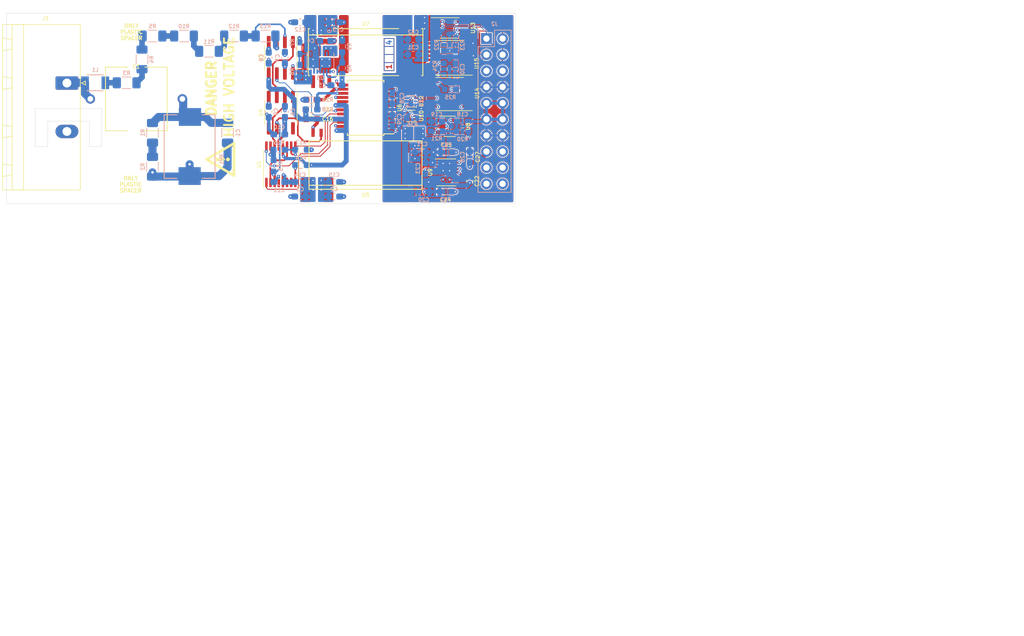
<source format=kicad_pcb>
(kicad_pcb (version 20171130) (host pcbnew 5.1.8)
  (layers (0 F.Cu signal) (1 In1.Cu signal) (2 In2.Cu signal) (31 B.Cu signal) (34 B.Paste user) (35 F.Paste user) (36 B.SilkS user) (37 F.SilkS user) (38 B.Mask user) (39 F.Mask user) (44 Edge.Cuts user))
  (net 0 "")
  (net 1 AGNDF)
  (net 2 -15VF)
  (net 3 /AZ)
  (net 4 +5VF)
  (net 5 +15VF)
  (net 6 GND)
  (net 7 +5V)
  (net 8 +3V3)
  (net 9 -18V)
  (net 10 +15V)
  (net 11 -15V)
  (net 12 +18V)
  (net 13 /AOUT)
  (net 14 /SDA)
  (net 15 /A1)
  (net 16 /SCL)
  (net 17 /A0)
  (net 18 VDD)
  (net 19 VCC)
  (net 20 /WP)
  (net 21 /G1)
  (net 22 /G10)
  (net 23 /G100)
  (net 24 /IO_AZ)
  (net 25 /IO_G100)
  (net 26 /IO_G10)
  (net 27 /IO_G1)
  (net 28 /NADJ)
  (net 29 /PADJ)
  (net 30 "Net-(C1-Pad1)")
  (net 31 "Net-(C4-Pad2)")
  (net 32 "Net-(C5-Pad2)")
  (net 33 "Net-(C17-Pad1)")
  (net 34 "Net-(C18-Pad2)")
  (net 35 "Net-(C19-Pad1)")
  (net 36 "Net-(C22-Pad2)")
  (net 37 "Net-(C23-Pad2)")
  (net 38 "Net-(C30-Pad1)")
  (net 39 "Net-(E1-Pad1)")
  (net 40 "Net-(L1-Pad2)")
  (net 41 "Net-(R1-Pad2)")
  (net 42 "Net-(R3-Pad1)")
  (net 43 "Net-(R4-Pad1)")
  (net 44 "Net-(R10-Pad2)")
  (net 45 "Net-(R10-Pad1)")
  (net 46 "Net-(R11-Pad1)")
  (net 47 "Net-(R12-Pad1)")
  (net 48 "Net-(R14-Pad1)")
  (net 49 "Net-(R15-Pad2)")
  (net 50 "Net-(R15-Pad1)")
  (net 51 "Net-(R16-Pad2)")
  (net 52 "Net-(R18-Pad2)")
  (net 53 "Net-(R20-Pad2)")
  (net 54 "Net-(U1-Pad11)")
  (net 55 "Net-(U1-Pad6)")
  (net 56 "Net-(U2-Pad1)")
  (net 57 "Net-(U11-Pad2)")
  (net 58 "Net-(U12-Pad2)")
  (net 59 "Net-(R25-Pad2)")
  (net 60 /IO2)
  (net 61 /IO3)
  (net 62 /IO4)
  (net 63 /IO5)
  (net 64 "Net-(R26-Pad1)")
  (module Capacitor_SMD:C_0603_1608Metric_Pad1.08x0.95mm_HandSolder (layer B.Cu) (at 133.985 46.101 180)
    (fp_text reference C32 (at 0 1.113) (layer B.SilkS) (effects (font (size 0.6 0.6) (thickness 0.12)) (justify mirror)))
    (fp_text value 100n)
    (pad 2 smd roundrect (at 0.8625 0 180) (size 1.075 0.95) (layers B.Cu B.Paste B.Mask) (net 6 GND))
    (pad 1 smd roundrect (at -0.8625 0 180) (size 1.075 0.95) (layers B.Cu B.Paste B.Mask) (net 7 +5V))
  )
  (module Capacitor_SMD:C_0603_1608Metric_Pad1.08x0.95mm_HandSolder (layer B.Cu) (at 133.985 48.514 180)
    (fp_text reference C31 (at 0 1.143) (layer B.SilkS) (effects (font (size 0.6 0.6) (thickness 0.12)) (justify mirror)))
    (fp_text value 10u)
    (pad 2 smd roundrect (at 0.8625 0 180) (size 1.075 0.95) (layers B.Cu B.Paste B.Mask) (net 6 GND))
    (pad 1 smd roundrect (at -0.8625 0 180) (size 1.075 0.95) (layers B.Cu B.Paste B.Mask) (net 7 +5V))
  )
  (module ETH3CDAQ1:NLV32 (layer B.Cu) (at 83.947 52.959)
    (fp_text reference L1 (at 0 -2.032) (layer B.SilkS) (effects (font (size 0.6 0.6) (thickness 0.12)) (justify mirror)))
    (fp_text value NLFV32T-100K-EF)
    (pad 2 smd rect (at 1.6 0) (size 1.2 2) (layers B.Cu B.Paste B.Mask) (net 40 "Net-(L1-Pad2)"))
    (pad 1 smd rect (at -1.6 0) (size 1.2 2) (layers B.Cu B.Paste B.Mask) (net 39 "Net-(E1-Pad1)"))
  )
  (module Resistor_SMD:R_0603_1608Metric_Pad0.98x0.95mm_HandSolder (layer B.Cu) (at 133.858 58.547 180)
    (fp_text reference R26 (at 0 -1.016) (layer B.SilkS) (effects (font (size 0.6 0.6) (thickness 0.12)) (justify mirror)))
    (fp_text value 0)
    (pad 2 smd roundrect (at 0.9125 0 180) (size 0.975 0.95) (layers B.Cu B.Paste B.Mask) (net 27 /IO_G1))
    (pad 1 smd roundrect (at -0.9125 0 180) (size 0.975 0.95) (layers B.Cu B.Paste B.Mask) (net 64 "Net-(R26-Pad1)"))
  )
  (module Package_SO:TSSOP-14_4.4x5mm_P0.65mm (layer F.Cu) (at 139.7 54.737 180)
    (fp_text reference U14 (at -4.318 0.127 90) (layer F.SilkS) (effects (font (size 0.6 0.6) (thickness 0.12))))
    (fp_text value TXB0104PW)
    (pad 14 smd roundrect (at 2.8625 -1.95 180) (size 1.475 0.4) (layers F.Cu F.Paste F.Mask) (net 7 +5V))
    (pad 13 smd roundrect (at 2.8625 -1.3 180) (size 1.475 0.4) (layers F.Cu F.Paste F.Mask) (net 64 "Net-(R26-Pad1)"))
    (pad 12 smd roundrect (at 2.8625 -0.65 180) (size 1.475 0.4) (layers F.Cu F.Paste F.Mask) (net 57 "Net-(U11-Pad2)"))
    (pad 11 smd roundrect (at 2.8625 0 180) (size 1.475 0.4) (layers F.Cu F.Paste F.Mask) (net 58 "Net-(U12-Pad2)"))
    (pad 10 smd roundrect (at 2.8625 0.65 180) (size 1.475 0.4) (layers F.Cu F.Paste F.Mask) (net 24 /IO_AZ))
    (pad 9 smd roundrect (at 2.8625 1.3 180) (size 1.475 0.4) (layers F.Cu F.Paste F.Mask))
    (pad 8 smd roundrect (at 2.8625 1.95 180) (size 1.475 0.4) (layers F.Cu F.Paste F.Mask) (net 59 "Net-(R25-Pad2)"))
    (pad 7 smd roundrect (at -2.8625 1.95 180) (size 1.475 0.4) (layers F.Cu F.Paste F.Mask) (net 6 GND))
    (pad 6 smd roundrect (at -2.8625 1.3 180) (size 1.475 0.4) (layers F.Cu F.Paste F.Mask))
    (pad 5 smd roundrect (at -2.8625 0.65 180) (size 1.475 0.4) (layers F.Cu F.Paste F.Mask) (net 60 /IO2))
    (pad 4 smd roundrect (at -2.8625 0 180) (size 1.475 0.4) (layers F.Cu F.Paste F.Mask) (net 61 /IO3))
    (pad 3 smd roundrect (at -2.8625 -0.65 180) (size 1.475 0.4) (layers F.Cu F.Paste F.Mask) (net 62 /IO4))
    (pad 2 smd roundrect (at -2.8625 -1.3 180) (size 1.475 0.4) (layers F.Cu F.Paste F.Mask) (net 63 /IO5))
    (pad 1 smd roundrect (at -2.8625 -1.95 180) (size 1.475 0.4) (layers F.Cu F.Paste F.Mask) (net 8 +3V3))
  )
  (module Resistor_SMD:R_0603_1608Metric_Pad0.98x0.95mm_HandSolder (layer B.Cu) (at 139.827 53.975 180)
    (fp_text reference R25 (at 0 -1.27) (layer B.SilkS) (effects (font (size 0.6 0.6) (thickness 0.12)) (justify mirror)))
    (fp_text value 10k)
    (pad 2 smd roundrect (at 0.9125 0 180) (size 0.975 0.95) (layers B.Cu B.Paste B.Mask) (net 59 "Net-(R25-Pad2)"))
    (pad 1 smd roundrect (at -0.9125 0 180) (size 0.975 0.95) (layers B.Cu B.Paste B.Mask) (net 8 +3V3))
  )
  (module Connector_Phoenix_GMSTB:PhoenixContact_GMSTB_2,5_2-GF-7,62_1x02_P7.62mm_Horizontal_ThreadedFlange (layer F.Cu) (at 79.5 53 270)
    (fp_text reference J1 (at -10.201 3.3 180) (layer F.SilkS) (effects (font (size 0.6 0.6) (thickness 0.12))))
    (fp_text value GMSTB2,5/2-GF-7,62)
    (pad 2 thru_hole oval (at 7.62 0 270) (size 2.1 3.6) (drill 1.4) (layers *.Cu *.Mask) (net 1 AGNDF))
    (pad 1 thru_hole roundrect (at 0 0 270) (size 2.1 3.6) (drill 1.4) (layers *.Cu *.Mask) (roundrect_rratio 0.119047619047619) (net 39 "Net-(E1-Pad1)"))
  )
  (module Resistor_SMD:R_0603_1608Metric_Pad0.98x0.95mm_HandSolder (layer B.Cu) (at 116.332 63.5)
    (fp_text reference R17 (at 0 -1.143) (layer B.SilkS) (effects (font (size 0.6 0.6) (thickness 0.12)) (justify mirror)))
    (fp_text value 2k/0.05%)
    (pad 2 smd roundrect (at 0.9125 0) (size 0.975 0.95) (layers B.Cu B.Paste B.Mask) (net 1 AGNDF))
    (pad 1 smd roundrect (at -0.9125 0) (size 0.975 0.95) (layers B.Cu B.Paste B.Mask) (net 51 "Net-(R16-Pad2)"))
  )
  (module Resistor_SMD:R_0603_1608Metric_Pad0.98x0.95mm_HandSolder (layer B.Cu) (at 112.903 63.5)
    (fp_text reference R16 (at 0 -1.143) (layer B.SilkS) (effects (font (size 0.6 0.6) (thickness 0.12)) (justify mirror)))
    (fp_text value 18k/0.05%)
    (pad 2 smd roundrect (at 0.9125 0) (size 0.975 0.95) (layers B.Cu B.Paste B.Mask) (net 51 "Net-(R16-Pad2)"))
    (pad 1 smd roundrect (at -0.9125 0) (size 0.975 0.95) (layers B.Cu B.Paste B.Mask) (net 49 "Net-(R15-Pad2)"))
  )
  (module Resistor_SMD:R_0603_1608Metric_Pad0.98x0.95mm_HandSolder (layer B.Cu) (at 112.014 66.04 90)
    (fp_text reference R15 (at 0 1.143 90) (layer B.SilkS) (effects (font (size 0.6 0.6) (thickness 0.12)) (justify mirror)))
    (fp_text value 180k/0.05%)
    (pad 2 smd roundrect (at 0.9125 0 90) (size 0.975 0.95) (layers B.Cu B.Paste B.Mask) (net 49 "Net-(R15-Pad2)"))
    (pad 1 smd roundrect (at -0.9125 0 90) (size 0.975 0.95) (layers B.Cu B.Paste B.Mask) (net 50 "Net-(R15-Pad1)"))
  )
  (module Capacitor_SMD:C_0603_1608Metric_Pad1.08x0.95mm_HandSolder (layer B.Cu) (at 121.539 68.58)
    (fp_text reference C15 (at 0 -1.143) (layer B.SilkS) (effects (font (size 0.6 0.6) (thickness 0.12)) (justify mirror)))
    (fp_text value 10u)
    (pad 2 smd roundrect (at 0.8625 0) (size 1.075 0.95) (layers B.Cu B.Paste B.Mask) (net 1 AGNDF))
    (pad 1 smd roundrect (at -0.8625 0) (size 1.075 0.95) (layers B.Cu B.Paste B.Mask) (net 2 -15VF))
  )
  (module Capacitor_SMD:C_0603_1608Metric_Pad1.08x0.95mm_HandSolder (layer B.Cu) (at 116.205 68.58 180)
    (fp_text reference C14 (at 0 1.143) (layer B.SilkS) (effects (font (size 0.6 0.6) (thickness 0.12)) (justify mirror)))
    (fp_text value 10u)
    (pad 2 smd roundrect (at 0.8625 0 180) (size 1.075 0.95) (layers B.Cu B.Paste B.Mask) (net 1 AGNDF))
    (pad 1 smd roundrect (at -0.8625 0 180) (size 1.075 0.95) (layers B.Cu B.Paste B.Mask) (net 5 +15VF))
  )
  (module Capacitor_SMD:C_0603_1608Metric_Pad1.08x0.95mm_HandSolder (layer B.Cu) (at 112.903 68.58)
    (fp_text reference C11 (at 0 1.27) (layer B.SilkS) (effects (font (size 0.6 0.6) (thickness 0.12)) (justify mirror)))
    (fp_text value 100n)
    (pad 2 smd roundrect (at 0.8625 0) (size 1.075 0.95) (layers B.Cu B.Paste B.Mask) (net 1 AGNDF))
    (pad 1 smd roundrect (at -0.8625 0) (size 1.075 0.95) (layers B.Cu B.Paste B.Mask) (net 2 -15VF))
  )
  (module Capacitor_SMD:C_0603_1608Metric_Pad1.08x0.95mm_HandSolder (layer B.Cu) (at 112.903 61.087 180)
    (fp_text reference C10 (at 0 1.143) (layer B.SilkS) (effects (font (size 0.6 0.6) (thickness 0.12)) (justify mirror)))
    (fp_text value 100n)
    (pad 2 smd roundrect (at 0.8625 0 180) (size 1.075 0.95) (layers B.Cu B.Paste B.Mask) (net 1 AGNDF))
    (pad 1 smd roundrect (at -0.8625 0 180) (size 1.075 0.95) (layers B.Cu B.Paste B.Mask) (net 5 +15VF))
  )
  (module Capacitor_SMD:C_0603_1608Metric_Pad1.08x0.95mm_HandSolder (layer B.Cu) (at 111.252 57.531 270)
    (fp_text reference C9 (at 0 -1.143 90) (layer B.SilkS) (effects (font (size 0.6 0.6) (thickness 0.12)) (justify mirror)))
    (fp_text value 100n)
    (pad 2 smd roundrect (at 0.8625 0 270) (size 1.075 0.95) (layers B.Cu B.Paste B.Mask) (net 1 AGNDF))
    (pad 1 smd roundrect (at -0.8625 0 270) (size 1.075 0.95) (layers B.Cu B.Paste B.Mask) (net 2 -15VF))
  )
  (module Capacitor_SMD:C_0603_1608Metric_Pad1.08x0.95mm_HandSolder (layer B.Cu) (at 111.252 49.022 270)
    (fp_text reference C8 (at 0 1.143 90) (layer B.SilkS) (effects (font (size 0.6 0.6) (thickness 0.12)) (justify mirror)))
    (fp_text value 100n)
    (pad 2 smd roundrect (at 0.8625 0 270) (size 1.075 0.95) (layers B.Cu B.Paste B.Mask) (net 1 AGNDF))
    (pad 1 smd roundrect (at -0.8625 0 270) (size 1.075 0.95) (layers B.Cu B.Paste B.Mask) (net 5 +15VF))
  )
  (module Capacitor_SMD:C_0603_1608Metric_Pad1.08x0.95mm_HandSolder (layer B.Cu) (at 113.792 49.022 90)
    (fp_text reference C7 (at 0 -1.143 90) (layer B.SilkS) (effects (font (size 0.6 0.6) (thickness 0.12)) (justify mirror)))
    (fp_text value 100n)
    (pad 2 smd roundrect (at 0.8625 0 90) (size 1.075 0.95) (layers B.Cu B.Paste B.Mask) (net 1 AGNDF))
    (pad 1 smd roundrect (at -0.8625 0 90) (size 1.075 0.95) (layers B.Cu B.Paste B.Mask) (net 2 -15VF))
  )
  (module Capacitor_SMD:C_0603_1608Metric_Pad1.08x0.95mm_HandSolder (layer B.Cu) (at 113.792 57.531 90)
    (fp_text reference C6 (at 0 1.27 90) (layer B.SilkS) (effects (font (size 0.6 0.6) (thickness 0.12)) (justify mirror)))
    (fp_text value 100n)
    (pad 2 smd roundrect (at 0.8625 0 90) (size 1.075 0.95) (layers B.Cu B.Paste B.Mask) (net 1 AGNDF))
    (pad 1 smd roundrect (at -0.8625 0 90) (size 1.075 0.95) (layers B.Cu B.Paste B.Mask) (net 5 +15VF))
  )
  (module Capacitor_SMD:C_0603_1608Metric_Pad1.08x0.95mm_HandSolder (layer B.Cu) (at 130.683 58.928 90)
    (fp_text reference C29 (at 0.254 1.143 90) (layer B.SilkS) (effects (font (size 0.6 0.6) (thickness 0.12)) (justify mirror)))
    (fp_text value 100n)
    (pad 2 smd roundrect (at 0.8625 0 90) (size 1.075 0.95) (layers B.Cu B.Paste B.Mask) (net 6 GND))
    (pad 1 smd roundrect (at -0.8625 0 90) (size 1.075 0.95) (layers B.Cu B.Paste B.Mask) (net 7 +5V))
  )
  (module Capacitor_SMD:C_0603_1608Metric_Pad1.08x0.95mm_HandSolder (layer B.Cu) (at 130.683 55.372 270)
    (fp_text reference C28 (at 0 -1.524 90) (layer B.SilkS) (effects (font (size 0.6 0.6) (thickness 0.12)) (justify mirror)))
    (fp_text value 10u)
    (pad 2 smd roundrect (at 0.8625 0 270) (size 1.075 0.95) (layers B.Cu B.Paste B.Mask) (net 6 GND))
    (pad 1 smd roundrect (at -0.8625 0 270) (size 1.075 0.95) (layers B.Cu B.Paste B.Mask) (net 7 +5V))
  )
  (module Capacitor_SMD:C_0603_1608Metric_Pad1.08x0.95mm_HandSolder (layer F.Cu) (at 142.875 64.643 90)
    (fp_text reference C27 (at 0 1.27 90) (layer F.SilkS) (effects (font (size 0.6 0.6) (thickness 0.12))))
    (fp_text value 100n)
    (pad 2 smd roundrect (at 0.8625 0 90) (size 1.075 0.95) (layers F.Cu F.Paste F.Mask) (net 6 GND))
    (pad 1 smd roundrect (at -0.8625 0 90) (size 1.075 0.95) (layers F.Cu F.Paste F.Mask) (net 8 +3V3))
  )
  (module Capacitor_SMD:C_0603_1608Metric_Pad1.08x0.95mm_HandSolder (layer B.Cu) (at 142.875 64.643 90)
    (fp_text reference C26 (at 0 -1.143 90) (layer B.SilkS) (effects (font (size 0.6 0.6) (thickness 0.12)) (justify mirror)))
    (fp_text value 10u)
    (pad 2 smd roundrect (at 0.8625 0 90) (size 1.075 0.95) (layers B.Cu B.Paste B.Mask) (net 6 GND))
    (pad 1 smd roundrect (at -0.8625 0 90) (size 1.075 0.95) (layers B.Cu B.Paste B.Mask) (net 8 +3V3))
  )
  (module Resistor_SMD:R_0603_1608Metric_Pad0.98x0.95mm_HandSolder (layer B.Cu) (at 140.589 46.99 90)
    (fp_text reference R23 (at 0 1.143 90) (layer B.SilkS) (effects (font (size 0.6 0.6) (thickness 0.12)) (justify mirror)))
    (fp_text value 4k7)
    (pad 2 smd roundrect (at 0.9125 0 90) (size 0.975 0.95) (layers B.Cu B.Paste B.Mask) (net 14 /SDA))
    (pad 1 smd roundrect (at -0.9125 0 90) (size 0.975 0.95) (layers B.Cu B.Paste B.Mask) (net 8 +3V3))
  )
  (module Resistor_SMD:R_0603_1608Metric_Pad0.98x0.95mm_HandSolder (layer B.Cu) (at 138.811 46.99 90)
    (fp_text reference R22 (at 0 -1.143 90) (layer B.SilkS) (effects (font (size 0.6 0.6) (thickness 0.12)) (justify mirror)))
    (fp_text value 4k7)
    (pad 2 smd roundrect (at 0.9125 0 90) (size 0.975 0.95) (layers B.Cu B.Paste B.Mask) (net 16 /SCL))
    (pad 1 smd roundrect (at -0.9125 0 90) (size 0.975 0.95) (layers B.Cu B.Paste B.Mask) (net 8 +3V3))
  )
  (module Capacitor_SMD:C_1206_3216Metric_Pad1.33x1.80mm_HandSolder (layer B.Cu) (at 104.775 60.833 270)
    (fp_text reference C1 (at 0 -1.651 90) (layer B.SilkS) (effects (font (size 0.6 0.6) (thickness 0.12)) (justify mirror)))
    (fp_text value 10n)
    (pad 2 smd roundrect (at 1.5625 0 270) (size 1.325 1.8) (layers B.Cu B.Paste B.Mask) (roundrect_rratio 0.1886784905660377) (net 1 AGNDF))
    (pad 1 smd roundrect (at -1.5625 0 270) (size 1.325 1.8) (layers B.Cu B.Paste B.Mask) (roundrect_rratio 0.1886784905660377) (net 30 "Net-(C1-Pad1)"))
  )
  (module Resistor_SMD:R_0603_1608Metric_Pad0.98x0.95mm_HandSolder (layer B.Cu) (at 139.192 63.881 180)
    (fp_text reference FB3 (at 0 1.143) (layer B.SilkS) (effects (font (size 0.6 0.6) (thickness 0.12)) (justify mirror)))
    (fp_text value Ferrite_Bead_Small)
    (pad 2 smd roundrect (at 0.9125 0 180) (size 0.975 0.95) (layers B.Cu B.Paste B.Mask) (net 10 +15V))
    (pad 1 smd roundrect (at -0.9125 0 180) (size 0.975 0.95) (layers B.Cu B.Paste B.Mask) (net 12 +18V))
  )
  (module Resistor_SMD:R_0603_1608Metric_Pad0.98x0.95mm_HandSolder (layer B.Cu) (at 139.065 70.104 180)
    (fp_text reference FB2 (at 0 -1.27) (layer B.SilkS) (effects (font (size 0.6 0.6) (thickness 0.12)) (justify mirror)))
    (fp_text value Ferrite_Bead_Small)
    (pad 2 smd roundrect (at 0.9125 0 180) (size 0.975 0.95) (layers B.Cu B.Paste B.Mask) (net 11 -15V))
    (pad 1 smd roundrect (at -0.9125 0 180) (size 0.975 0.95) (layers B.Cu B.Paste B.Mask) (net 9 -18V))
  )
  (module Resistor_SMD:R_0603_1608Metric_Pad0.98x0.95mm_HandSolder (layer F.Cu) (at 117.983 57.15 180)
    (fp_text reference FB1 (at -2.54 0) (layer F.SilkS) (effects (font (size 0.6 0.6) (thickness 0.12))))
    (fp_text value FB)
    (pad 2 smd roundrect (at 0.9125 0 180) (size 0.975 0.95) (layers F.Cu F.Paste F.Mask) (net 4 +5VF))
    (pad 1 smd roundrect (at -0.9125 0 180) (size 0.975 0.95) (layers F.Cu F.Paste F.Mask) (net 33 "Net-(C17-Pad1)"))
  )
  (module MountingHole:MountingHole_2.7mm_M2.5_DIN965 (layer F.Cu) (at 85 69)
    (fp_text reference H2)
    (fp_text value MountingHole)
    (pad 1 np_thru_hole circle (at 0 0) (size 2.7 2.7) (drill 2.7) (layers *.Cu *.Mask))
  )
  (module MountingHole:MountingHole_2.7mm_M2.5_DIN965 (layer F.Cu) (at 85 45)
    (fp_text reference H1)
    (fp_text value MountingHole)
    (pad 1 np_thru_hole circle (at 0 0) (size 2.7 2.7) (drill 2.7) (layers *.Cu *.Mask))
  )
  (module Capacitor_SMD:C_0603_1608Metric_Pad1.08x0.95mm_HandSolder (layer F.Cu) (at 139.192 63.881 180)
    (fp_text reference C25 (at 0 1.143) (layer F.SilkS) (effects (font (size 0.6 0.6) (thickness 0.12))))
    (fp_text value 2u2)
    (pad 2 smd roundrect (at 0.8625 0 180) (size 1.075 0.95) (layers F.Cu F.Paste F.Mask) (net 6 GND))
    (pad 1 smd roundrect (at -0.8625 0 180) (size 1.075 0.95) (layers F.Cu F.Paste F.Mask) (net 12 +18V))
  )
  (module Capacitor_SMD:C_0603_1608Metric_Pad1.08x0.95mm_HandSolder (layer F.Cu) (at 139.065 70.104 180)
    (fp_text reference C24 (at 0 -1.27) (layer F.SilkS) (effects (font (size 0.6 0.6) (thickness 0.12))))
    (fp_text value 2u2)
    (pad 2 smd roundrect (at 0.8625 0 180) (size 1.075 0.95) (layers F.Cu F.Paste F.Mask) (net 6 GND))
    (pad 1 smd roundrect (at -0.8625 0 180) (size 1.075 0.95) (layers F.Cu F.Paste F.Mask) (net 9 -18V))
  )
  (module Capacitor_SMD:C_0603_1608Metric_Pad1.08x0.95mm_HandSolder (layer B.Cu) (at 135.128 63.881 180)
    (fp_text reference C21 (at -0.254 1.27) (layer B.SilkS) (effects (font (size 0.6 0.6) (thickness 0.12)) (justify mirror)))
    (fp_text value 10u)
    (pad 2 smd roundrect (at 0.8625 0 180) (size 1.075 0.95) (layers B.Cu B.Paste B.Mask) (net 6 GND))
    (pad 1 smd roundrect (at -0.8625 0 180) (size 1.075 0.95) (layers B.Cu B.Paste B.Mask) (net 10 +15V))
  )
  (module Capacitor_SMD:C_0603_1608Metric_Pad1.08x0.95mm_HandSolder (layer B.Cu) (at 135.636 70.104 180)
    (fp_text reference C20 (at 0 -1.27) (layer B.SilkS) (effects (font (size 0.6 0.6) (thickness 0.12)) (justify mirror)))
    (fp_text value 10u)
    (pad 2 smd roundrect (at 0.8625 0 180) (size 1.075 0.95) (layers B.Cu B.Paste B.Mask) (net 6 GND))
    (pad 1 smd roundrect (at -0.8625 0 180) (size 1.075 0.95) (layers B.Cu B.Paste B.Mask) (net 11 -15V))
  )
  (module Capacitor_SMD:C_0603_1608Metric_Pad1.08x0.95mm_HandSolder (layer F.Cu) (at 117.983 58.674)
    (fp_text reference C16 (at 2.54 0) (layer F.SilkS) (effects (font (size 0.6 0.6) (thickness 0.12))))
    (fp_text value 10u)
    (pad 2 smd roundrect (at 0.8625 0) (size 1.075 0.95) (layers F.Cu F.Paste F.Mask) (net 1 AGNDF))
    (pad 1 smd roundrect (at -0.8625 0) (size 1.075 0.95) (layers F.Cu F.Paste F.Mask) (net 4 +5VF))
  )
  (module Capacitor_SMD:C_0603_1608Metric_Pad1.08x0.95mm_HandSolder (layer B.Cu) (at 121.539 43.434)
    (fp_text reference C13 (at 0.635 1.143) (layer B.SilkS) (effects (font (size 0.6 0.6) (thickness 0.12)) (justify mirror)))
    (fp_text value 2u2)
    (pad 2 smd roundrect (at 0.8625 0) (size 1.075 0.95) (layers B.Cu B.Paste B.Mask) (net 1 AGNDF))
    (pad 1 smd roundrect (at -0.8625 0) (size 1.075 0.95) (layers B.Cu B.Paste B.Mask) (net 19 VCC))
  )
  (module Capacitor_SMD:C_0603_1608Metric_Pad1.08x0.95mm_HandSolder (layer B.Cu) (at 116.205 43.434 180)
    (fp_text reference C12 (at 0 -1.143) (layer B.SilkS) (effects (font (size 0.6 0.6) (thickness 0.12)) (justify mirror)))
    (fp_text value 2u2)
    (pad 2 smd roundrect (at 0.8625 0 180) (size 1.075 0.95) (layers B.Cu B.Paste B.Mask) (net 1 AGNDF))
    (pad 1 smd roundrect (at -0.8625 0 180) (size 1.075 0.95) (layers B.Cu B.Paste B.Mask) (net 18 VDD))
  )
  (module Capacitor_SMD:C_0603_1608Metric_Pad1.08x0.95mm_HandSolder (layer B.Cu) (at 116.205 70.866 180)
    (fp_text reference C3 (at 0 1.143) (layer B.SilkS) (effects (font (size 0.6 0.6) (thickness 0.12)) (justify mirror)))
    (fp_text value 10u)
    (pad 2 smd roundrect (at 0.8625 0 180) (size 1.075 0.95) (layers B.Cu B.Paste B.Mask) (net 1 AGNDF))
    (pad 1 smd roundrect (at -0.8625 0 180) (size 1.075 0.95) (layers B.Cu B.Paste B.Mask) (net 5 +15VF))
  )
  (module Capacitor_SMD:C_0603_1608Metric_Pad1.08x0.95mm_HandSolder (layer B.Cu) (at 121.539 70.866)
    (fp_text reference C2 (at 0 -1.143) (layer B.SilkS) (effects (font (size 0.6 0.6) (thickness 0.12)) (justify mirror)))
    (fp_text value 10u)
    (pad 2 smd roundrect (at 0.8625 0) (size 1.075 0.95) (layers B.Cu B.Paste B.Mask) (net 1 AGNDF))
    (pad 1 smd roundrect (at -0.8625 0) (size 1.075 0.95) (layers B.Cu B.Paste B.Mask) (net 2 -15VF))
  )
  (module Package_DFN_QFN:Linear_DE14MA (layer B.Cu) (at 119.38 49.784 90)
    (fp_text reference U3 (at -2.413 0 180) (layer B.SilkS) (effects (font (size 0.6 0.6) (thickness 0.12)) (justify mirror)))
    (fp_text value LT3032)
    (pad 4 smd custom (at 0 0.79 90) (size 1.65 1.28) (layers B.Cu B.Paste B.Mask) (net 1 AGNDF) (options (clearance outline) (anchor rect)) (primitives (gr_circle (center 0.575 0.64) (end 0.825 0.64) (width 0)) (gr_circle (center 0.575 -0.64) (end 0.825 -0.64) (width 0)) (gr_poly (pts (xy -0.575 0.89) (xy 0.575 0.89) (xy 0.575 -0.89) (xy -0.825 -0.89) (xy -0.825 0.64)) (width 0)) (gr_poly (pts (xy -0.78 -0.665) (xy -1.75 -0.665) (xy -1.75 -0.915) (xy -0.88 -0.915) (xy -0.78 -0.89)) (width 0)) (gr_poly (pts (xy -1.075 -0.665) (xy -1.025 -0.66) (xy -0.977 -0.645) (xy -0.935 -0.622) (xy -0.897 -0.591) (xy -0.866 -0.552) (xy -0.844 -0.511) (xy -0.83 -0.464) (xy -0.825 -0.415) (xy -0.825 -0.665)) (width 0.001))))
    (pad 9 smd custom (at 0 -1.145 90) (size 1.15 1.07) (layers B.Cu B.Paste B.Mask) (net 18 VDD) (options (clearance outline) (anchor rect)) (primitives (gr_circle (center -0.575 0.285) (end -0.325 0.285) (width 0)) (gr_circle (center 0.575 0.285) (end 0.825 0.285) (width 0)) (gr_circle (center -0.575 -0.285) (end -0.325 -0.285) (width 0)) (gr_circle (center 0.575 -0.285) (end 0.825 -0.285) (width 0)) (gr_poly (pts (xy -0.825 0.285) (xy 0.825 0.285) (xy 0.825 -0.285) (xy -0.825 -0.285)) (width 0)) (gr_poly (pts (xy 0.825 0.27) (xy 1.75 0.27) (xy 1.75 0.02) (xy 0.825 0.02)) (width 0))))
    (pad 1 smd rect (at -1.4 1.5 90) (size 0.7 0.25) (layers B.Cu B.Paste B.Mask) (net 5 +15VF))
    (pad 2 smd rect (at -1.4 1 90) (size 0.7 0.25) (layers B.Cu B.Paste B.Mask) (net 29 /PADJ))
    (pad 3 smd rect (at -1.4 0.5 90) (size 0.7 0.25) (layers B.Cu B.Paste B.Mask) (net 32 "Net-(C5-Pad2)"))
    (pad 5 smd rect (at -1.4 -0.5 90) (size 0.7 0.25) (layers B.Cu B.Paste B.Mask) (net 1 AGNDF))
    (pad 6 smd rect (at -1.4 -1 90) (size 0.7 0.25) (layers B.Cu B.Paste B.Mask) (net 18 VDD))
    (pad 7 smd rect (at -1.4 -1.5 90) (size 0.7 0.25) (layers B.Cu B.Paste B.Mask) (net 2 -15VF))
    (pad 8 smd rect (at 1.4 -1.5 90) (size 0.7 0.25) (layers B.Cu B.Paste B.Mask) (net 28 /NADJ))
    (pad 10 smd rect (at 1.4 -0.5 90) (size 0.7 0.25) (layers B.Cu B.Paste B.Mask) (net 18 VDD))
    (pad 11 smd rect (at 1.4 0 90) (size 0.7 0.25) (layers B.Cu B.Paste B.Mask) (net 31 "Net-(C4-Pad2)"))
    (pad 12 smd rect (at 1.4 0.5 90) (size 0.7 0.25) (layers B.Cu B.Paste B.Mask) (net 19 VCC))
    (pad 13 smd rect (at 1.4 1 90) (size 0.7 0.25) (layers B.Cu B.Paste B.Mask))
    (pad 14 smd rect (at 1.4 1.5 90) (size 0.7 0.25) (layers B.Cu B.Paste B.Mask) (net 19 VCC))
  )
  (module Resistor_SMD:R_0603_1608Metric_Pad0.98x0.95mm_HandSolder (layer B.Cu) (at 122.809 47.244 90)
    (fp_text reference R9 (at 0 1.143 90) (layer B.SilkS) (effects (font (size 0.6 0.6) (thickness 0.12)) (justify mirror)))
    (fp_text value 49k3)
    (pad 2 smd roundrect (at 0.9125 0 90) (size 0.975 0.95) (layers B.Cu B.Paste B.Mask) (net 1 AGNDF))
    (pad 1 smd roundrect (at -0.9125 0 90) (size 0.975 0.95) (layers B.Cu B.Paste B.Mask) (net 29 /PADJ))
  )
  (module Resistor_SMD:R_0603_1608Metric_Pad0.98x0.95mm_HandSolder (layer B.Cu) (at 122.809 50.673 90)
    (fp_text reference R8 (at 0 1.143 90) (layer B.SilkS) (effects (font (size 0.6 0.6) (thickness 0.12)) (justify mirror)))
    (fp_text value 536k)
    (pad 2 smd roundrect (at 0.9125 0 90) (size 0.975 0.95) (layers B.Cu B.Paste B.Mask) (net 29 /PADJ))
    (pad 1 smd roundrect (at -0.9125 0 90) (size 0.975 0.95) (layers B.Cu B.Paste B.Mask) (net 5 +15VF))
  )
  (module Resistor_SMD:R_0603_1608Metric_Pad0.98x0.95mm_HandSolder (layer B.Cu) (at 116.078 47.498 90)
    (fp_text reference R7 (at 0.889 -1.143 270) (layer B.SilkS) (effects (font (size 0.6 0.6) (thickness 0.12)) (justify mirror)))
    (fp_text value 49k3)
    (pad 2 smd roundrect (at 0.9125 0 90) (size 0.975 0.95) (layers B.Cu B.Paste B.Mask) (net 1 AGNDF))
    (pad 1 smd roundrect (at -0.9125 0 90) (size 0.975 0.95) (layers B.Cu B.Paste B.Mask) (net 28 /NADJ))
  )
  (module Resistor_SMD:R_0603_1608Metric_Pad0.98x0.95mm_HandSolder (layer B.Cu) (at 116.078 51.054 90)
    (fp_text reference R6 (at -0.127 -1.143 90) (layer B.SilkS) (effects (font (size 0.6 0.6) (thickness 0.12)) (justify mirror)))
    (fp_text value 536k)
    (pad 2 smd roundrect (at 0.9125 0 90) (size 0.975 0.95) (layers B.Cu B.Paste B.Mask) (net 28 /NADJ))
    (pad 1 smd roundrect (at -0.9125 0 90) (size 0.975 0.95) (layers B.Cu B.Paste B.Mask) (net 2 -15VF))
  )
  (module Package_SO:SOIC-8_3.9x4.9mm_P1.27mm (layer F.Cu) (at 113.157 57.658 270)
    (fp_text reference U4 (at 0 3.175 270) (layer F.SilkS) (effects (font (size 0.6 0.6) (thickness 0.12))))
    (fp_text value OPA140)
    (pad 8 smd roundrect (at 2.475 -1.905 270) (size 1.95 0.6) (layers F.Cu F.Paste F.Mask))
    (pad 7 smd roundrect (at 2.475 -0.635 270) (size 1.95 0.6) (layers F.Cu F.Paste F.Mask) (net 5 +15VF))
    (pad 6 smd roundrect (at 2.475 0.635 270) (size 1.95 0.6) (layers F.Cu F.Paste F.Mask) (net 50 "Net-(R15-Pad1)"))
    (pad 5 smd roundrect (at 2.475 1.905 270) (size 1.95 0.6) (layers F.Cu F.Paste F.Mask))
    (pad 4 smd roundrect (at -2.475 1.905 270) (size 1.95 0.6) (layers F.Cu F.Paste F.Mask) (net 2 -15VF))
    (pad 3 smd roundrect (at -2.475 0.635 270) (size 1.95 0.6) (layers F.Cu F.Paste F.Mask) (net 56 "Net-(U2-Pad1)"))
    (pad 2 smd roundrect (at -2.475 -0.635 270) (size 1.95 0.6) (layers F.Cu F.Paste F.Mask) (net 54 "Net-(U1-Pad11)"))
    (pad 1 smd roundrect (at -2.475 -1.905 270) (size 1.95 0.6) (layers F.Cu F.Paste F.Mask))
  )
  (module Package_TO_SOT_SMD:SOT-553 (layer F.Cu) (at 133.604 55.88 180)
    (fp_text reference U12 (at -1.651 0 270) (layer F.SilkS) (effects (font (size 0.6 0.6) (thickness 0.12))))
    (fp_text value 74LVC1GU04DRL)
    (pad 4 smd rect (at 0.7 0.5 180) (size 0.45 0.3) (layers F.Cu F.Paste F.Mask) (net 25 /IO_G100))
    (pad 2 smd rect (at -0.7 0 180) (size 0.45 0.3) (layers F.Cu F.Paste F.Mask) (net 58 "Net-(U12-Pad2)"))
    (pad 5 smd rect (at 0.7 -0.5 180) (size 0.45 0.3) (layers F.Cu F.Paste F.Mask) (net 7 +5V))
    (pad 3 smd rect (at -0.7 0.5 180) (size 0.45 0.3) (layers F.Cu F.Paste F.Mask) (net 6 GND))
    (pad 1 smd rect (at -0.7 -0.5 180) (size 0.45 0.3) (layers F.Cu F.Paste F.Mask))
  )
  (module Package_TO_SOT_SMD:SOT-553 (layer B.Cu) (at 133.604 55.88 180)
    (fp_text reference U11 (at -1.651 0 270) (layer B.SilkS) (effects (font (size 0.6 0.6) (thickness 0.12)) (justify mirror)))
    (fp_text value 74LVC1GU04DRL)
    (pad 4 smd rect (at 0.7 -0.5 180) (size 0.45 0.3) (layers B.Cu B.Paste B.Mask) (net 26 /IO_G10))
    (pad 2 smd rect (at -0.7 0 180) (size 0.45 0.3) (layers B.Cu B.Paste B.Mask) (net 57 "Net-(U11-Pad2)"))
    (pad 5 smd rect (at 0.7 0.5 180) (size 0.45 0.3) (layers B.Cu B.Paste B.Mask) (net 7 +5V))
    (pad 3 smd rect (at -0.7 -0.5 180) (size 0.45 0.3) (layers B.Cu B.Paste B.Mask) (net 6 GND))
    (pad 1 smd rect (at -0.7 0.5 180) (size 0.45 0.3) (layers B.Cu B.Paste B.Mask))
  )
  (module Package_TO_SOT_SMD:SOT-553 (layer F.Cu) (at 133.604 58.166 180)
    (fp_text reference U10 (at -1.651 0 90) (layer F.SilkS) (effects (font (size 0.6 0.6) (thickness 0.12))))
    (fp_text value 74LVC1GU04DRL)
    (pad 4 smd rect (at 0.7 0.5 180) (size 0.45 0.3) (layers F.Cu F.Paste F.Mask) (net 27 /IO_G1))
    (pad 2 smd rect (at -0.7 0 180) (size 0.45 0.3) (layers F.Cu F.Paste F.Mask) (net 64 "Net-(R26-Pad1)"))
    (pad 5 smd rect (at 0.7 -0.5 180) (size 0.45 0.3) (layers F.Cu F.Paste F.Mask) (net 7 +5V))
    (pad 3 smd rect (at -0.7 0.5 180) (size 0.45 0.3) (layers F.Cu F.Paste F.Mask) (net 6 GND))
    (pad 1 smd rect (at -0.7 -0.5 180) (size 0.45 0.3) (layers F.Cu F.Paste F.Mask))
  )
  (module Package_SO:TSSOP-16_4.4x5mm_P0.65mm (layer F.Cu) (at 113.157 65.786 90)
    (fp_text reference U1 (at 0 -3.45 90) (layer F.SilkS) (effects (font (size 0.6 0.6) (thickness 0.12))))
    (fp_text value DG211)
    (pad 16 smd roundrect (at 2.8625 -2.275 90) (size 1.475 0.4) (layers F.Cu F.Paste F.Mask) (net 22 /G10))
    (pad 15 smd roundrect (at 2.8625 -1.625 90) (size 1.475 0.4) (layers F.Cu F.Paste F.Mask) (net 49 "Net-(R15-Pad2)"))
    (pad 14 smd roundrect (at 2.8625 -0.975 90) (size 1.475 0.4) (layers F.Cu F.Paste F.Mask) (net 54 "Net-(U1-Pad11)"))
    (pad 13 smd roundrect (at 2.8625 -0.325 90) (size 1.475 0.4) (layers F.Cu F.Paste F.Mask) (net 5 +15VF))
    (pad 12 smd roundrect (at 2.8625 0.325 90) (size 1.475 0.4) (layers F.Cu F.Paste F.Mask) (net 4 +5VF))
    (pad 11 smd roundrect (at 2.8625 0.975 90) (size 1.475 0.4) (layers F.Cu F.Paste F.Mask) (net 54 "Net-(U1-Pad11)"))
    (pad 10 smd roundrect (at 2.8625 1.625 90) (size 1.475 0.4) (layers F.Cu F.Paste F.Mask) (net 51 "Net-(R16-Pad2)"))
    (pad 9 smd roundrect (at 2.8625 2.275 90) (size 1.475 0.4) (layers F.Cu F.Paste F.Mask) (net 23 /G100))
    (pad 8 smd roundrect (at -2.8625 2.275 90) (size 1.475 0.4) (layers F.Cu F.Paste F.Mask) (net 48 "Net-(R14-Pad1)"))
    (pad 7 smd roundrect (at -2.8625 1.625 90) (size 1.475 0.4) (layers F.Cu F.Paste F.Mask) (net 55 "Net-(U1-Pad6)"))
    (pad 6 smd roundrect (at -2.8625 0.975 90) (size 1.475 0.4) (layers F.Cu F.Paste F.Mask) (net 55 "Net-(U1-Pad6)"))
    (pad 5 smd roundrect (at -2.8625 0.325 90) (size 1.475 0.4) (layers F.Cu F.Paste F.Mask) (net 1 AGNDF))
    (pad 4 smd roundrect (at -2.8625 -0.325 90) (size 1.475 0.4) (layers F.Cu F.Paste F.Mask) (net 2 -15VF))
    (pad 3 smd roundrect (at -2.8625 -0.975 90) (size 1.475 0.4) (layers F.Cu F.Paste F.Mask) (net 50 "Net-(R15-Pad1)"))
    (pad 2 smd roundrect (at -2.8625 -1.625 90) (size 1.475 0.4) (layers F.Cu F.Paste F.Mask) (net 54 "Net-(U1-Pad11)"))
    (pad 1 smd roundrect (at -2.8625 -2.275 90) (size 1.475 0.4) (layers F.Cu F.Paste F.Mask) (net 21 /G1))
  )
  (module ETH3CDAQ1:Symbol_HighVoltage_Type2_CopperTop_VerySmall (layer F.Cu) (at 103.759 56.896 90)
    (fp_text reference SYM1)
    (fp_text value SYM_Flash_Large)
    (fp_text user "HIGH VOLTAGE" (at 3.302 1.27 90) (layer F.SilkS) (effects (font (size 1.5 1.5) (thickness 0.3))))
    (fp_text user ! (at -8.128 0.254 90) (layer F.SilkS) (effects (font (size 2 2) (thickness 0.4))))
    (fp_text user DANGER (at 3.048 -1.524 90) (layer F.SilkS) (effects (font (size 1.5 1.5) (thickness 0.35))))
  )
  (module ETH3CDAQ1:4032 (layer B.Cu) (at 98.806 62.992 270)
    (fp_text reference RV1 (at 2.032 -5.08 90) (layer B.SilkS) (effects (font (size 0.6 0.6) (thickness 0.12)) (justify mirror)))
    (fp_text value B72660M0301)
    (pad 2 smd rect (at 4.65 0 270) (size 2.8 3.5) (layers B.Cu B.Paste B.Mask) (net 1 AGNDF))
    (pad 1 smd rect (at -4.65 -0.05 270) (size 2.8 3.5) (layers B.Cu B.Paste B.Mask) (net 30 "Net-(C1-Pad1)"))
  )
  (module ETH3CDAQ1:GDT (layer F.Cu) (at 90.424 55.499)
    (fp_text reference E1 (at 0 -5.08) (layer F.SilkS) (effects (font (size 0.6 0.6) (thickness 0.12))))
    (fp_text value CG3-1.5L)
    (pad 2 thru_hole circle (at 7.239 0) (size 1.5 1.5) (drill 0.9) (layers *.Cu *.Mask) (net 30 "Net-(C1-Pad1)"))
    (pad 1 thru_hole circle (at -7.239 0) (size 1.5 1.5) (drill 0.9) (layers *.Cu *.Mask) (net 39 "Net-(E1-Pad1)"))
  )
  (module Resistor_SMD:R_1206_3216Metric_Pad1.30x1.75mm_HandSolder (layer B.Cu) (at 92.964 66.167 270)
    (fp_text reference R2 (at 0 1.524 90) (layer B.SilkS) (effects (font (size 0.6 0.6) (thickness 0.12)) (justify mirror)))
    (fp_text value 1M)
    (pad 2 smd roundrect (at 1.55 0 270) (size 1.3 1.75) (layers B.Cu B.Paste B.Mask) (roundrect_rratio 0.1923076923076923) (net 1 AGNDF))
    (pad 1 smd roundrect (at -1.55 0 270) (size 1.3 1.75) (layers B.Cu B.Paste B.Mask) (roundrect_rratio 0.1923076923076923) (net 41 "Net-(R1-Pad2)"))
  )
  (module Resistor_SMD:R_1206_3216Metric_Pad1.30x1.75mm_HandSolder (layer B.Cu) (at 92.964 60.833 270)
    (fp_text reference R1 (at 0 1.524 90) (layer B.SilkS) (effects (font (size 0.6 0.6) (thickness 0.12)) (justify mirror)))
    (fp_text value 1M)
    (pad 2 smd roundrect (at 1.55 0 270) (size 1.3 1.75) (layers B.Cu B.Paste B.Mask) (roundrect_rratio 0.1923076923076923) (net 41 "Net-(R1-Pad2)"))
    (pad 1 smd roundrect (at -1.55 0 270) (size 1.3 1.75) (layers B.Cu B.Paste B.Mask) (roundrect_rratio 0.1923076923076923) (net 30 "Net-(C1-Pad1)"))
  )
  (module Resistor_SMD:R_1206_3216Metric_Pad1.30x1.75mm_HandSolder (layer B.Cu) (at 110.744 45.593 180)
    (fp_text reference R13 (at 0 1.524 180) (layer B.SilkS) (effects (font (size 0.6 0.6) (thickness 0.12)) (justify mirror)))
    (fp_text value 100k)
    (pad 2 smd roundrect (at 1.55 0 180) (size 1.3 1.75) (layers B.Cu B.Paste B.Mask) (roundrect_rratio 0.1923076923076923) (net 47 "Net-(R12-Pad1)"))
    (pad 1 smd roundrect (at -1.55 0 180) (size 1.3 1.75) (layers B.Cu B.Paste B.Mask) (roundrect_rratio 0.1923076923076923) (net 1 AGNDF))
  )
  (module ETH3CDAQ1:DVA (layer F.Cu) (at 126.492 65.913)
    (fp_text reference U5 (at 0 4.699 180) (layer F.SilkS) (effects (font (size 0.6 0.6) (thickness 0.12))))
    (fp_text value ISO124)
    (pad 1 smd rect (at -8.27 5.08) (size 0.51 1.27) (layers F.Cu F.Paste F.Mask) (net 5 +15VF))
    (pad 2 smd rect (at -7 5.08) (size 0.51 1.27) (layers F.Cu F.Paste F.Mask) (net 2 -15VF))
    (pad 7 smd rect (at 6.97 5.08) (size 0.51 1.27) (layers F.Cu F.Paste F.Mask) (net 53 "Net-(R20-Pad2)"))
    (pad 8 smd rect (at 8.24 5.08) (size 0.51 1.27) (layers F.Cu F.Paste F.Mask) (net 6 GND))
    (pad 9 smd rect (at 8.24 -5.08) (size 0.51 1.27) (layers F.Cu F.Paste F.Mask) (net 10 +15V))
    (pad 10 smd rect (at 6.97 -5.08) (size 0.51 1.27) (layers F.Cu F.Paste F.Mask) (net 11 -15V))
    (pad 15 smd rect (at -7 -5.08) (size 0.51 1.27) (layers F.Cu F.Paste F.Mask) (net 50 "Net-(R15-Pad1)"))
    (pad 16 smd rect (at -8.27 -5.08) (size 0.51 1.27) (layers F.Cu F.Paste F.Mask) (net 1 AGNDF))
  )
  (module ETH3CDAQ1:DVB (layer F.Cu) (at 126.492 48.133 270)
    (fp_text reference U7 (at -4.445 0) (layer F.SilkS) (effects (font (size 0.6 0.6) (thickness 0.12))))
    (fp_text value DCP020515DU)
    (pad 1 smd rect (at -4.65 -8.255 270) (size 2 0.6) (layers F.Cu F.Paste F.Mask) (net 7 +5V))
    (pad 2 smd rect (at -4.65 -6.985 270) (size 2 0.6) (layers F.Cu F.Paste F.Mask) (net 6 GND))
    (pad 3 smd rect (at -4.65 -5.715 270) (size 2 0.6) (layers F.Cu F.Paste F.Mask) (net 6 GND))
    (pad 12 smd rect (at -4.65 5.715 270) (size 2 0.6) (layers F.Cu F.Paste F.Mask) (net 1 AGNDF))
    (pad 13 smd rect (at -4.65 6.985 270) (size 2 0.6) (layers F.Cu F.Paste F.Mask) (net 19 VCC))
    (pad 14 smd rect (at -4.65 8.255 270) (size 2 0.6) (layers F.Cu F.Paste F.Mask) (net 18 VDD))
    (pad 15 smd rect (at 4.65 8.255 270) (size 2 0.6) (layers F.Cu F.Paste F.Mask))
    (pad 16 smd rect (at 4.65 6.985 270) (size 2 0.6) (layers F.Cu F.Paste F.Mask))
    (pad 17 smd rect (at 4.65 5.715 270) (size 2 0.6) (layers F.Cu F.Paste F.Mask))
    (pad 26 smd rect (at 4.65 -5.715 270) (size 2 0.6) (layers F.Cu F.Paste F.Mask))
    (pad 27 smd rect (at 4.65 -6.985 270) (size 2 0.6) (layers F.Cu F.Paste F.Mask))
    (pad 28 smd rect (at 4.65 -8.255 270) (size 2 0.6) (layers F.Cu F.Paste F.Mask) (net 6 GND))
  )
  (module Package_SO:TSSOP-16_4.4x5mm_P0.65mm (layer F.Cu) (at 139.7 49.022 180)
    (fp_text reference U15 (at -4.2545 -0.889 90) (layer F.SilkS) (effects (font (size 0.6 0.6) (thickness 0.12))))
    (fp_text value PCA9557PW)
    (pad 16 smd roundrect (at 2.8625 -2.275 180) (size 1.475 0.4) (layers F.Cu F.Paste F.Mask) (net 8 +3V3))
    (pad 15 smd roundrect (at 2.8625 -1.625 180) (size 1.475 0.4) (layers F.Cu F.Paste F.Mask) (net 38 "Net-(C30-Pad1)"))
    (pad 14 smd roundrect (at 2.8625 -0.975 180) (size 1.475 0.4) (layers F.Cu F.Paste F.Mask))
    (pad 13 smd roundrect (at 2.8625 -0.325 180) (size 1.475 0.4) (layers F.Cu F.Paste F.Mask))
    (pad 12 smd roundrect (at 2.8625 0.325 180) (size 1.475 0.4) (layers F.Cu F.Paste F.Mask) (net 63 /IO5))
    (pad 11 smd roundrect (at 2.8625 0.975 180) (size 1.475 0.4) (layers F.Cu F.Paste F.Mask) (net 62 /IO4))
    (pad 10 smd roundrect (at 2.8625 1.625 180) (size 1.475 0.4) (layers F.Cu F.Paste F.Mask) (net 61 /IO3))
    (pad 9 smd roundrect (at 2.8625 2.275 180) (size 1.475 0.4) (layers F.Cu F.Paste F.Mask) (net 60 /IO2))
    (pad 8 smd roundrect (at -2.8625 2.275 180) (size 1.475 0.4) (layers F.Cu F.Paste F.Mask) (net 6 GND))
    (pad 7 smd roundrect (at -2.8625 1.625 180) (size 1.475 0.4) (layers F.Cu F.Paste F.Mask) (net 20 /WP))
    (pad 6 smd roundrect (at -2.8625 0.975 180) (size 1.475 0.4) (layers F.Cu F.Paste F.Mask))
    (pad 5 smd roundrect (at -2.8625 0.325 180) (size 1.475 0.4) (layers F.Cu F.Paste F.Mask) (net 6 GND))
    (pad 4 smd roundrect (at -2.8625 -0.325 180) (size 1.475 0.4) (layers F.Cu F.Paste F.Mask) (net 15 /A1))
    (pad 3 smd roundrect (at -2.8625 -0.975 180) (size 1.475 0.4) (layers F.Cu F.Paste F.Mask) (net 17 /A0))
    (pad 2 smd roundrect (at -2.8625 -1.625 180) (size 1.475 0.4) (layers F.Cu F.Paste F.Mask) (net 14 /SDA))
    (pad 1 smd roundrect (at -2.8625 -2.275 180) (size 1.475 0.4) (layers F.Cu F.Paste F.Mask) (net 16 /SCL))
  )
  (module Package_TO_SOT_SMD:SOT-23-5_HandSoldering (layer F.Cu) (at 139.7 59.817)
    (fp_text reference U8 (at 2.921 0 90) (layer F.SilkS) (effects (font (size 0.6 0.6) (thickness 0.12))))
    (fp_text value OPA237_SOT23)
    (pad 5 smd rect (at 1.35 -0.95) (size 1.56 0.65) (layers F.Cu F.Paste F.Mask) (net 10 +15V))
    (pad 4 smd rect (at 1.35 0.95) (size 1.56 0.65) (layers F.Cu F.Paste F.Mask) (net 13 /AOUT))
    (pad 3 smd rect (at -1.35 0.95) (size 1.56 0.65) (layers F.Cu F.Paste F.Mask) (net 35 "Net-(C19-Pad1)"))
    (pad 2 smd rect (at -1.35 0) (size 1.56 0.65) (layers F.Cu F.Paste F.Mask) (net 11 -15V))
    (pad 1 smd rect (at -1.35 -0.95) (size 1.56 0.65) (layers F.Cu F.Paste F.Mask) (net 13 /AOUT))
  )
  (module Resistor_SMD:R_0603_1608Metric_Pad0.98x0.95mm_HandSolder (layer B.Cu) (at 138.811 50.8 90)
    (fp_text reference R24 (at 0.508 -1.397 90) (layer B.SilkS) (effects (font (size 0.6 0.6) (thickness 0.12)) (justify mirror)))
    (fp_text value 10k)
    (pad 2 smd roundrect (at 0.9125 0 90) (size 0.975 0.95) (layers B.Cu B.Paste B.Mask) (net 38 "Net-(C30-Pad1)"))
    (pad 1 smd roundrect (at -0.9125 0 90) (size 0.975 0.95) (layers B.Cu B.Paste B.Mask) (net 8 +3V3))
  )
  (module Resistor_SMD:R_0603_1608Metric_Pad0.98x0.95mm_HandSolder (layer B.Cu) (at 137.668 60.579)
    (fp_text reference R21 (at 0 1.143) (layer B.SilkS) (effects (font (size 0.6 0.6) (thickness 0.12)) (justify mirror)))
    (fp_text value 9k76)
    (pad 2 smd roundrect (at 0.9125 0) (size 0.975 0.95) (layers B.Cu B.Paste B.Mask) (net 34 "Net-(C18-Pad2)"))
    (pad 1 smd roundrect (at -0.9125 0) (size 0.975 0.95) (layers B.Cu B.Paste B.Mask) (net 35 "Net-(C19-Pad1)"))
  )
  (module Resistor_SMD:R_0603_1608Metric_Pad0.98x0.95mm_HandSolder (layer B.Cu) (at 141.732 60.579)
    (fp_text reference R20 (at 0 1.27) (layer B.SilkS) (effects (font (size 0.6 0.6) (thickness 0.12)) (justify mirror)))
    (fp_text value 4k75)
    (pad 2 smd roundrect (at 0.9125 0) (size 0.975 0.95) (layers B.Cu B.Paste B.Mask) (net 53 "Net-(R20-Pad2)"))
    (pad 1 smd roundrect (at -0.9125 0) (size 0.975 0.95) (layers B.Cu B.Paste B.Mask) (net 34 "Net-(C18-Pad2)"))
  )
  (module Resistor_SMD:R_0603_1608Metric_Pad0.98x0.95mm_HandSolder (layer B.Cu) (at 117.983 55.626 180)
    (fp_text reference R19 (at -2.54 0) (layer B.SilkS) (effects (font (size 0.6 0.6) (thickness 0.12)) (justify mirror)))
    (fp_text value 10k)
    (pad 2 smd roundrect (at 0.9125 0 180) (size 0.975 0.95) (layers B.Cu B.Paste B.Mask) (net 1 AGNDF))
    (pad 1 smd roundrect (at -0.9125 0 180) (size 0.975 0.95) (layers B.Cu B.Paste B.Mask) (net 52 "Net-(R18-Pad2)"))
  )
  (module Resistor_SMD:R_0603_1608Metric_Pad0.98x0.95mm_HandSolder (layer B.Cu) (at 117.983 57.15)
    (fp_text reference R18 (at 2.54 0) (layer B.SilkS) (effects (font (size 0.6 0.6) (thickness 0.12)) (justify mirror)))
    (fp_text value 30k9)
    (pad 2 smd roundrect (at 0.9125 0) (size 0.975 0.95) (layers B.Cu B.Paste B.Mask) (net 52 "Net-(R18-Pad2)"))
    (pad 1 smd roundrect (at -0.9125 0) (size 0.975 0.95) (layers B.Cu B.Paste B.Mask) (net 4 +5VF))
  )
  (module Resistor_SMD:R_0603_1608Metric_Pad0.98x0.95mm_HandSolder (layer B.Cu) (at 116.332 65.913)
    (fp_text reference R14 (at 0 -1.143) (layer B.SilkS) (effects (font (size 0.6 0.6) (thickness 0.12)) (justify mirror)))
    (fp_text value 10k)
    (pad 2 smd roundrect (at 0.9125 0) (size 0.975 0.95) (layers B.Cu B.Paste B.Mask) (net 4 +5VF))
    (pad 1 smd roundrect (at -0.9125 0) (size 0.975 0.95) (layers B.Cu B.Paste B.Mask) (net 48 "Net-(R14-Pad1)"))
  )
  (module Resistor_SMD:R_1206_3216Metric_Pad1.30x1.75mm_HandSolder (layer B.Cu) (at 105.791 45.593 180)
    (fp_text reference R12 (at 0 1.524) (layer B.SilkS) (effects (font (size 0.6 0.6) (thickness 0.12)) (justify mirror)))
    (fp_text value 1M1)
    (pad 2 smd roundrect (at 1.55 0 180) (size 1.3 1.75) (layers B.Cu B.Paste B.Mask) (roundrect_rratio 0.1923076923076923) (net 46 "Net-(R11-Pad1)"))
    (pad 1 smd roundrect (at -1.55 0 180) (size 1.3 1.75) (layers B.Cu B.Paste B.Mask) (roundrect_rratio 0.1923076923076923) (net 47 "Net-(R12-Pad1)"))
  )
  (module Resistor_SMD:R_1206_3216Metric_Pad1.30x1.75mm_HandSolder (layer B.Cu) (at 101.854 48.006 180)
    (fp_text reference R11 (at 0 1.524) (layer B.SilkS) (effects (font (size 0.6 0.6) (thickness 0.12)) (justify mirror)))
    (fp_text value 2M2)
    (pad 2 smd roundrect (at 1.55 0 180) (size 1.3 1.75) (layers B.Cu B.Paste B.Mask) (roundrect_rratio 0.1923076923076923) (net 45 "Net-(R10-Pad1)"))
    (pad 1 smd roundrect (at -1.55 0 180) (size 1.3 1.75) (layers B.Cu B.Paste B.Mask) (roundrect_rratio 0.1923076923076923) (net 46 "Net-(R11-Pad1)"))
  )
  (module Resistor_SMD:R_1206_3216Metric_Pad1.30x1.75mm_HandSolder (layer B.Cu) (at 97.917 45.593 180)
    (fp_text reference R10 (at 0 1.524) (layer B.SilkS) (effects (font (size 0.6 0.6) (thickness 0.12)) (justify mirror)))
    (fp_text value 2M2)
    (pad 2 smd roundrect (at 1.55 0 180) (size 1.3 1.75) (layers B.Cu B.Paste B.Mask) (roundrect_rratio 0.1923076923076923) (net 44 "Net-(R10-Pad2)"))
    (pad 1 smd roundrect (at -1.55 0 180) (size 1.3 1.75) (layers B.Cu B.Paste B.Mask) (roundrect_rratio 0.1923076923076923) (net 45 "Net-(R10-Pad1)"))
  )
  (module Resistor_SMD:R_1206_3216Metric_Pad1.30x1.75mm_HandSolder (layer B.Cu) (at 92.964 45.593 180)
    (fp_text reference R5 (at 0 1.524) (layer B.SilkS) (effects (font (size 0.6 0.6) (thickness 0.12)) (justify mirror)))
    (fp_text value 2M2)
    (pad 2 smd roundrect (at 1.55 0 180) (size 1.3 1.75) (layers B.Cu B.Paste B.Mask) (roundrect_rratio 0.1923076923076923) (net 43 "Net-(R4-Pad1)"))
    (pad 1 smd roundrect (at -1.55 0 180) (size 1.3 1.75) (layers B.Cu B.Paste B.Mask) (roundrect_rratio 0.1923076923076923) (net 44 "Net-(R10-Pad2)"))
  )
  (module Resistor_SMD:R_1206_3216Metric_Pad1.30x1.75mm_HandSolder (layer B.Cu) (at 91.313 49.276 270)
    (fp_text reference R4 (at 0 -1.524 270) (layer B.SilkS) (effects (font (size 0.6 0.6) (thickness 0.12)) (justify mirror)))
    (fp_text value 2M2)
    (pad 2 smd roundrect (at 1.55 0 270) (size 1.3 1.75) (layers B.Cu B.Paste B.Mask) (roundrect_rratio 0.1923076923076923) (net 42 "Net-(R3-Pad1)"))
    (pad 1 smd roundrect (at -1.55 0 270) (size 1.3 1.75) (layers B.Cu B.Paste B.Mask) (roundrect_rratio 0.1923076923076923) (net 43 "Net-(R4-Pad1)"))
  )
  (module Resistor_SMD:R_1206_3216Metric_Pad1.30x1.75mm_HandSolder (layer B.Cu) (at 88.9 52.959 180)
    (fp_text reference R3 (at 0 1.524) (layer B.SilkS) (effects (font (size 0.6 0.6) (thickness 0.12)) (justify mirror)))
    (fp_text value 6k19)
    (pad 2 smd roundrect (at 1.55 0 180) (size 1.3 1.75) (layers B.Cu B.Paste B.Mask) (roundrect_rratio 0.1923076923076923) (net 40 "Net-(L1-Pad2)"))
    (pad 1 smd roundrect (at -1.55 0 180) (size 1.3 1.75) (layers B.Cu B.Paste B.Mask) (roundrect_rratio 0.1923076923076923) (net 42 "Net-(R3-Pad1)"))
  )
  (module Connector_PinSocket_2.54mm:PinSocket_2x10_P2.54mm_Vertical (layer B.Cu) (at 145.5 46 180)
    (fp_text reference J2 (at -1.27 2.312) (layer B.SilkS) (effects (font (size 0.6 0.6) (thickness 0.12)) (justify mirror)))
    (fp_text value Conn_02x10_Odd_Even)
    (pad 20 thru_hole oval (at -2.54 -22.86 180) (size 1.7 1.7) (drill 1) (layers *.Cu *.Mask) (net 12 +18V))
    (pad 19 thru_hole oval (at 0 -22.86 180) (size 1.7 1.7) (drill 1) (layers *.Cu *.Mask) (net 9 -18V))
    (pad 18 thru_hole oval (at -2.54 -20.32 180) (size 1.7 1.7) (drill 1) (layers *.Cu *.Mask) (net 7 +5V))
    (pad 17 thru_hole oval (at 0 -20.32 180) (size 1.7 1.7) (drill 1) (layers *.Cu *.Mask))
    (pad 16 thru_hole oval (at -2.54 -17.78 180) (size 1.7 1.7) (drill 1) (layers *.Cu *.Mask) (net 8 +3V3))
    (pad 15 thru_hole oval (at 0 -17.78 180) (size 1.7 1.7) (drill 1) (layers *.Cu *.Mask) (net 8 +3V3))
    (pad 14 thru_hole oval (at -2.54 -15.24 180) (size 1.7 1.7) (drill 1) (layers *.Cu *.Mask) (net 6 GND))
    (pad 13 thru_hole oval (at 0 -15.24 180) (size 1.7 1.7) (drill 1) (layers *.Cu *.Mask) (net 6 GND))
    (pad 12 thru_hole oval (at -2.54 -12.7 180) (size 1.7 1.7) (drill 1) (layers *.Cu *.Mask) (net 13 /AOUT))
    (pad 11 thru_hole oval (at 0 -12.7 180) (size 1.7 1.7) (drill 1) (layers *.Cu *.Mask) (net 13 /AOUT))
    (pad 10 thru_hole oval (at -2.54 -10.16 180) (size 1.7 1.7) (drill 1) (layers *.Cu *.Mask) (net 13 /AOUT))
    (pad 9 thru_hole oval (at 0 -10.16 180) (size 1.7 1.7) (drill 1) (layers *.Cu *.Mask) (net 13 /AOUT))
    (pad 8 thru_hole oval (at -2.54 -7.62 180) (size 1.7 1.7) (drill 1) (layers *.Cu *.Mask) (net 6 GND))
    (pad 7 thru_hole oval (at 0 -7.62 180) (size 1.7 1.7) (drill 1) (layers *.Cu *.Mask) (net 6 GND))
    (pad 6 thru_hole oval (at -2.54 -5.08 180) (size 1.7 1.7) (drill 1) (layers *.Cu *.Mask))
    (pad 5 thru_hole oval (at 0 -5.08 180) (size 1.7 1.7) (drill 1) (layers *.Cu *.Mask))
    (pad 4 thru_hole oval (at -2.54 -2.54 180) (size 1.7 1.7) (drill 1) (layers *.Cu *.Mask) (net 14 /SDA))
    (pad 3 thru_hole oval (at 0 -2.54 180) (size 1.7 1.7) (drill 1) (layers *.Cu *.Mask) (net 15 /A1))
    (pad 2 thru_hole oval (at -2.54 0 180) (size 1.7 1.7) (drill 1) (layers *.Cu *.Mask) (net 16 /SCL))
    (pad 1 thru_hole rect (at 0 0 180) (size 1.7 1.7) (drill 1) (layers *.Cu *.Mask) (net 17 /A0))
  )
  (module Capacitor_SMD:C_0603_1608Metric_Pad1.08x0.95mm_HandSolder (layer B.Cu) (at 140.589 50.8 270)
    (fp_text reference C30 (at 0 -1.143 90) (layer B.SilkS) (effects (font (size 0.6 0.6) (thickness 0.12)) (justify mirror)))
    (fp_text value 100n)
    (pad 2 smd roundrect (at 0.8625 0 270) (size 1.075 0.95) (layers B.Cu B.Paste B.Mask) (net 6 GND))
    (pad 1 smd roundrect (at -0.8625 0 270) (size 1.075 0.95) (layers B.Cu B.Paste B.Mask) (net 38 "Net-(C30-Pad1)"))
  )
  (module Capacitor_SMD:C_0603_1608Metric_Pad1.08x0.95mm_HandSolder (layer B.Cu) (at 137.668 59.055 180)
    (fp_text reference C19 (at 0 1.143) (layer B.SilkS) (effects (font (size 0.6 0.6) (thickness 0.12)) (justify mirror)))
    (fp_text value 220p)
    (pad 2 smd roundrect (at 0.8625 0 180) (size 1.075 0.95) (layers B.Cu B.Paste B.Mask) (net 6 GND))
    (pad 1 smd roundrect (at -0.8625 0 180) (size 1.075 0.95) (layers B.Cu B.Paste B.Mask) (net 35 "Net-(C19-Pad1)"))
  )
  (module Capacitor_SMD:C_0603_1608Metric_Pad1.08x0.95mm_HandSolder (layer B.Cu) (at 141.732 59.055 180)
    (fp_text reference C18 (at 0 1.143) (layer B.SilkS) (effects (font (size 0.6 0.6) (thickness 0.12)) (justify mirror)))
    (fp_text value 1n)
    (pad 2 smd roundrect (at 0.8625 0 180) (size 1.075 0.95) (layers B.Cu B.Paste B.Mask) (net 34 "Net-(C18-Pad2)"))
    (pad 1 smd roundrect (at -0.8625 0 180) (size 1.075 0.95) (layers B.Cu B.Paste B.Mask) (net 13 /AOUT))
  )
  (module Capacitor_SMD:C_0603_1608Metric_Pad1.08x0.95mm_HandSolder (layer B.Cu) (at 135.89 66.421 270)
    (fp_text reference C23 (at 0 1.143 270) (layer B.SilkS) (effects (font (size 0.6 0.6) (thickness 0.12)) (justify mirror)))
    (fp_text value 10n)
    (pad 2 smd roundrect (at 0.8625 0 270) (size 1.075 0.95) (layers B.Cu B.Paste B.Mask) (net 37 "Net-(C23-Pad2)"))
    (pad 1 smd roundrect (at -0.8625 0 270) (size 1.075 0.95) (layers B.Cu B.Paste B.Mask) (net 10 +15V))
  )
  (module Capacitor_SMD:C_0603_1608Metric_Pad1.08x0.95mm_HandSolder (layer F.Cu) (at 142.875 68.453 90)
    (fp_text reference C22 (at 0 1.143 90) (layer F.SilkS) (effects (font (size 0.6 0.6) (thickness 0.12))))
    (fp_text value 10n)
    (pad 2 smd roundrect (at 0.8625 0 90) (size 1.075 0.95) (layers F.Cu F.Paste F.Mask) (net 36 "Net-(C22-Pad2)"))
    (pad 1 smd roundrect (at -0.8625 0 90) (size 1.075 0.95) (layers F.Cu F.Paste F.Mask) (net 11 -15V))
  )
  (module Capacitor_SMD:C_0603_1608Metric_Pad1.08x0.95mm_HandSolder (layer F.Cu) (at 117.983 55.626 180)
    (fp_text reference C17 (at -2.54 0) (layer F.SilkS) (effects (font (size 0.6 0.6) (thickness 0.12))))
    (fp_text value 100n)
    (pad 2 smd roundrect (at 0.8625 0 180) (size 1.075 0.95) (layers F.Cu F.Paste F.Mask) (net 1 AGNDF))
    (pad 1 smd roundrect (at -0.8625 0 180) (size 1.075 0.95) (layers F.Cu F.Paste F.Mask) (net 33 "Net-(C17-Pad1)"))
  )
  (module Capacitor_SMD:C_0603_1608Metric_Pad1.08x0.95mm_HandSolder (layer B.Cu) (at 121.92 53.34 180)
    (fp_text reference C5 (at 2.286 0) (layer B.SilkS) (effects (font (size 0.6 0.6) (thickness 0.12)) (justify mirror)))
    (fp_text value 10n)
    (pad 2 smd roundrect (at 0.8625 0 180) (size 1.075 0.95) (layers B.Cu B.Paste B.Mask) (net 32 "Net-(C5-Pad2)"))
    (pad 1 smd roundrect (at -0.8625 0 180) (size 1.075 0.95) (layers B.Cu B.Paste B.Mask) (net 5 +15VF))
  )
  (module Capacitor_SMD:C_0603_1608Metric_Pad1.08x0.95mm_HandSolder (layer B.Cu) (at 120.142 46.355 180)
    (fp_text reference C4 (at 2.286 0) (layer B.SilkS) (effects (font (size 0.6 0.6) (thickness 0.12)) (justify mirror)))
    (fp_text value 10n)
    (pad 2 smd roundrect (at 0.8625 0 180) (size 1.075 0.95) (layers B.Cu B.Paste B.Mask) (net 31 "Net-(C4-Pad2)"))
    (pad 1 smd roundrect (at -0.8625 0 180) (size 1.075 0.95) (layers B.Cu B.Paste B.Mask) (net 2 -15VF))
  )
  (module Package_DFN_QFN:Linear_DE14MA (layer F.Cu) (at 139.192 67.056)
    (fp_text reference U9 (at -2.54 0 90) (layer F.SilkS) (effects (font (size 0.6 0.6) (thickness 0.12))))
    (fp_text value LT3032-15)
    (pad 4 smd custom (at 0 -0.79) (size 1.65 1.28) (layers F.Cu F.Paste F.Mask) (net 6 GND) (options (clearance outline) (anchor rect)) (primitives (gr_circle (center 0.575 -0.64) (end 0.825 -0.64) (width 0)) (gr_circle (center 0.575 0.64) (end 0.825 0.64) (width 0)) (gr_poly (pts (xy -0.575 -0.89) (xy 0.575 -0.89) (xy 0.575 0.89) (xy -0.825 0.89) (xy -0.825 -0.64)) (width 0)) (gr_poly (pts (xy -0.78 0.665) (xy -1.75 0.665) (xy -1.75 0.915) (xy -0.88 0.915) (xy -0.78 0.89)) (width 0)) (gr_poly (pts (xy -1.075 0.665) (xy -1.025 0.66) (xy -0.977 0.645) (xy -0.935 0.622) (xy -0.897 0.591) (xy -0.866 0.552) (xy -0.844 0.511) (xy -0.83 0.464) (xy -0.825 0.415) (xy -0.825 0.665)) (width 0.001))))
    (pad 9 smd custom (at 0 1.145) (size 1.15 1.07) (layers F.Cu F.Paste F.Mask) (net 9 -18V) (options (clearance outline) (anchor rect)) (primitives (gr_circle (center -0.575 -0.285) (end -0.325 -0.285) (width 0)) (gr_circle (center 0.575 -0.285) (end 0.825 -0.285) (width 0)) (gr_circle (center -0.575 0.285) (end -0.325 0.285) (width 0)) (gr_circle (center 0.575 0.285) (end 0.825 0.285) (width 0)) (gr_poly (pts (xy -0.825 -0.285) (xy 0.825 -0.285) (xy 0.825 0.285) (xy -0.825 0.285)) (width 0)) (gr_poly (pts (xy 0.825 -0.27) (xy 1.75 -0.27) (xy 1.75 -0.02) (xy 0.825 -0.02)) (width 0))))
    (pad 1 smd rect (at -1.4 -1.5) (size 0.7 0.25) (layers F.Cu F.Paste F.Mask) (net 10 +15V))
    (pad 2 smd rect (at -1.4 -1) (size 0.7 0.25) (layers F.Cu F.Paste F.Mask))
    (pad 3 smd rect (at -1.4 -0.5) (size 0.7 0.25) (layers F.Cu F.Paste F.Mask) (net 37 "Net-(C23-Pad2)"))
    (pad 5 smd rect (at -1.4 0.5) (size 0.7 0.25) (layers F.Cu F.Paste F.Mask) (net 6 GND))
    (pad 6 smd rect (at -1.4 1) (size 0.7 0.25) (layers F.Cu F.Paste F.Mask) (net 9 -18V))
    (pad 7 smd rect (at -1.4 1.5) (size 0.7 0.25) (layers F.Cu F.Paste F.Mask) (net 11 -15V))
    (pad 8 smd rect (at 1.4 1.5) (size 0.7 0.25) (layers F.Cu F.Paste F.Mask))
    (pad 10 smd rect (at 1.4 0.5) (size 0.7 0.25) (layers F.Cu F.Paste F.Mask) (net 9 -18V))
    (pad 11 smd rect (at 1.4 0) (size 0.7 0.25) (layers F.Cu F.Paste F.Mask) (net 36 "Net-(C22-Pad2)"))
    (pad 12 smd rect (at 1.4 -0.5) (size 0.7 0.25) (layers F.Cu F.Paste F.Mask) (net 12 +18V))
    (pad 13 smd rect (at 1.4 -1) (size 0.7 0.25) (layers F.Cu F.Paste F.Mask))
    (pad 14 smd rect (at 1.4 -1.5) (size 0.7 0.25) (layers F.Cu F.Paste F.Mask) (net 12 +18V))
  )
  (module Package_SO:MSOP-8_3x3mm_P0.65mm (layer F.Cu) (at 139.7 44.323)
    (fp_text reference U13 (at 3.683 0 90) (layer F.SilkS) (effects (font (size 0.6 0.6) (thickness 0.12))))
    (fp_text value 24LC08B-E/MS)
    (pad 8 smd roundrect (at 2.1125 -0.975) (size 1.625 0.4) (layers F.Cu F.Paste F.Mask) (net 8 +3V3))
    (pad 7 smd roundrect (at 2.1125 -0.325) (size 1.625 0.4) (layers F.Cu F.Paste F.Mask) (net 20 /WP))
    (pad 6 smd roundrect (at 2.1125 0.325) (size 1.625 0.4) (layers F.Cu F.Paste F.Mask) (net 16 /SCL))
    (pad 5 smd roundrect (at 2.1125 0.975) (size 1.625 0.4) (layers F.Cu F.Paste F.Mask) (net 14 /SDA))
    (pad 4 smd roundrect (at -2.1125 0.975) (size 1.625 0.4) (layers F.Cu F.Paste F.Mask) (net 6 GND))
    (pad 3 smd roundrect (at -2.1125 0.325) (size 1.625 0.4) (layers F.Cu F.Paste F.Mask) (net 6 GND))
    (pad 2 smd roundrect (at -2.1125 -0.325) (size 1.625 0.4) (layers F.Cu F.Paste F.Mask) (net 15 /A1))
    (pad 1 smd roundrect (at -2.1125 -0.975) (size 1.625 0.4) (layers F.Cu F.Paste F.Mask) (net 17 /A0))
  )
  (module Package_SO:SSOP-24_5.3x8.2mm_P0.65mm (layer F.Cu) (at 126.492 56.896 180)
    (fp_text reference U6 (at -5.334 0 270) (layer F.SilkS) (effects (font (size 0.6 0.6) (thickness 0.12))))
    (fp_text value ADuM5410)
    (pad 24 smd rect (at 3.6 -3.575 180) (size 1.75 0.45) (layers F.Cu F.Paste F.Mask) (net 4 +5VF))
    (pad 23 smd rect (at 3.6 -2.925 180) (size 1.75 0.45) (layers F.Cu F.Paste F.Mask) (net 1 AGNDF))
    (pad 22 smd rect (at 3.6 -2.275 180) (size 1.75 0.45) (layers F.Cu F.Paste F.Mask) (net 21 /G1))
    (pad 21 smd rect (at 3.6 -1.625 180) (size 1.75 0.45) (layers F.Cu F.Paste F.Mask) (net 22 /G10))
    (pad 20 smd rect (at 3.6 -0.975 180) (size 1.75 0.45) (layers F.Cu F.Paste F.Mask) (net 23 /G100))
    (pad 19 smd rect (at 3.6 -0.325 180) (size 1.75 0.45) (layers F.Cu F.Paste F.Mask) (net 3 /AZ))
    (pad 18 smd rect (at 3.6 0.325 180) (size 1.75 0.45) (layers F.Cu F.Paste F.Mask) (net 4 +5VF))
    (pad 17 smd rect (at 3.6 0.975 180) (size 1.75 0.45) (layers F.Cu F.Paste F.Mask))
    (pad 16 smd rect (at 3.6 1.625 180) (size 1.75 0.45) (layers F.Cu F.Paste F.Mask) (net 1 AGNDF))
    (pad 15 smd rect (at 3.6 2.275 180) (size 1.75 0.45) (layers F.Cu F.Paste F.Mask) (net 52 "Net-(R18-Pad2)"))
    (pad 14 smd rect (at 3.6 2.925 180) (size 1.75 0.45) (layers F.Cu F.Paste F.Mask) (net 33 "Net-(C17-Pad1)"))
    (pad 13 smd rect (at 3.6 3.575 180) (size 1.75 0.45) (layers F.Cu F.Paste F.Mask) (net 1 AGNDF))
    (pad 12 smd rect (at -3.6 3.575 180) (size 1.75 0.45) (layers F.Cu F.Paste F.Mask) (net 6 GND))
    (pad 11 smd rect (at -3.6 2.925 180) (size 1.75 0.45) (layers F.Cu F.Paste F.Mask) (net 7 +5V))
    (pad 10 smd rect (at -3.6 2.275 180) (size 1.75 0.45) (layers F.Cu F.Paste F.Mask) (net 6 GND))
    (pad 9 smd rect (at -3.6 1.625 180) (size 1.75 0.45) (layers F.Cu F.Paste F.Mask) (net 6 GND))
    (pad 8 smd rect (at -3.6 0.975 180) (size 1.75 0.45) (layers F.Cu F.Paste F.Mask))
    (pad 7 smd rect (at -3.6 0.325 180) (size 1.75 0.45) (layers F.Cu F.Paste F.Mask))
    (pad 6 smd rect (at -3.6 -0.325 180) (size 1.75 0.45) (layers F.Cu F.Paste F.Mask) (net 24 /IO_AZ))
    (pad 5 smd rect (at -3.6 -0.975 180) (size 1.75 0.45) (layers F.Cu F.Paste F.Mask) (net 25 /IO_G100))
    (pad 4 smd rect (at -3.6 -1.625 180) (size 1.75 0.45) (layers F.Cu F.Paste F.Mask) (net 26 /IO_G10))
    (pad 3 smd rect (at -3.6 -2.275 180) (size 1.75 0.45) (layers F.Cu F.Paste F.Mask) (net 27 /IO_G1))
    (pad 2 smd rect (at -3.6 -2.925 180) (size 1.75 0.45) (layers F.Cu F.Paste F.Mask) (net 6 GND))
    (pad 1 smd rect (at -3.6 -3.575 180) (size 1.75 0.45) (layers F.Cu F.Paste F.Mask) (net 7 +5V))
  )
  (module Package_SO:SOIC-8_3.9x4.9mm_P1.27mm (layer F.Cu) (at 113.157 49.022 270)
    (fp_text reference U2 (at 0 3.175 270) (layer F.SilkS) (effects (font (size 0.6 0.6) (thickness 0.12))))
    (fp_text value DG419xY)
    (pad 8 smd roundrect (at 2.475 -1.905 270) (size 1.95 0.6) (layers F.Cu F.Paste F.Mask) (net 1 AGNDF))
    (pad 7 smd roundrect (at 2.475 -0.635 270) (size 1.95 0.6) (layers F.Cu F.Paste F.Mask) (net 2 -15VF))
    (pad 6 smd roundrect (at 2.475 0.635 270) (size 1.95 0.6) (layers F.Cu F.Paste F.Mask) (net 3 /AZ))
    (pad 5 smd roundrect (at 2.475 1.905 270) (size 1.95 0.6) (layers F.Cu F.Paste F.Mask) (net 4 +5VF))
    (pad 4 smd roundrect (at -2.475 1.905 270) (size 1.95 0.6) (layers F.Cu F.Paste F.Mask) (net 5 +15VF))
    (pad 3 smd roundrect (at -2.475 0.635 270) (size 1.95 0.6) (layers F.Cu F.Paste F.Mask) (net 1 AGNDF))
    (pad 2 smd roundrect (at -2.475 -0.635 270) (size 1.95 0.6) (layers F.Cu F.Paste F.Mask) (net 47 "Net-(R12-Pad1)"))
    (pad 1 smd roundrect (at -2.475 -1.905 270) (size 1.95 0.6) (layers F.Cu F.Paste F.Mask) (net 56 "Net-(U2-Pad1)"))
  )
  (gr_text 4 (at 130.175 46.609 90) (layer B.Cu) (effects (font (size 0.8 0.8) (thickness 0.18))))
  (gr_text 1 (at 130.175 50.419 90) (layer F.Cu) (effects (font (size 0.8 0.8) (thickness 0.18))))
  (gr_line (start 74.5 63) (end 76.5 63) (layer Edge.Cuts) (width 0.05))
  (gr_line (start 74.5 57) (end 74.5 63) (layer Edge.Cuts) (width 0.05))
  (gr_line (start 85 57) (end 74.5 57) (layer Edge.Cuts) (width 0.05))
  (gr_line (start 85 63) (end 85 57) (layer Edge.Cuts) (width 0.05))
  (gr_line (start 83 63) (end 85 63) (layer Edge.Cuts) (width 0.05))
  (gr_line (start 83 59) (end 83 63) (layer Edge.Cuts) (width 0.05))
  (gr_line (start 76.5 59) (end 83 59) (layer Edge.Cuts) (width 0.05))
  (gr_line (start 76.5 63) (end 76.5 59) (layer Edge.Cuts) (width 0.05))
  (gr_text "ONLY\nPLASTIC\nSPACER" (at 89.535 68.961) (layer F.SilkS) (effects (font (size 0.6 0.6))))
  (gr_text "ONLY\nPLASTIC\nSPACER" (at 89.662 44.958) (layer F.SilkS) (effects (font (size 0.6 0.6))))
  (gr_line (start 70 72) (end 70 42) (layer Edge.Cuts) (width 0.05))
  (gr_line (start 150 72) (end 70 72) (layer Edge.Cuts) (width 0.05))
  (gr_line (start 150 42) (end 150 72) (layer Edge.Cuts) (width 0.05))
  (gr_line (start 70 42) (end 150 42) (layer Edge.Cuts) (width 0.05))
  (segment (start 130.937 48.514) (end 129.413 48.514) (width 0.127) (layer F.Cu) (net 0))
  (segment (start 129.413 45.974) (end 130.937 45.974) (width 0.127) (layer F.Cu) (net 0))
  (segment (start 130.937 47.244) (end 129.413 47.244) (width 0.127) (layer F.Cu) (net 0))
  (segment (start 130.937 51.054) (end 129.413 51.054) (width 0.127) (layer F.Cu) (net 0))
  (segment (start 130.937 49.784) (end 129.413 49.784) (width 0.127) (layer F.Cu) (net 0))
  (segment (start 129.413 51.054) (end 129.413 45.974) (width 0.127) (layer F.Cu) (net 0))
  (segment (start 130.937 45.974) (end 130.937 51.054) (width 0.127) (layer F.Cu) (net 0))
  (segment (start 129.413 45.974) (end 130.937 45.974) (width 0.127) (layer B.Cu) (net 0))
  (segment (start 129.413 51.054) (end 129.413 45.974) (width 0.127) (layer B.Cu) (net 0))
  (segment (start 130.937 45.974) (end 130.937 51.054) (width 0.127) (layer B.Cu) (net 0))
  (segment (start 130.937 47.244) (end 129.413 47.244) (width 0.127) (layer B.Cu) (net 0))
  (segment (start 130.937 48.514) (end 129.413 48.514) (width 0.127) (layer B.Cu) (net 0))
  (segment (start 130.937 51.054) (end 129.413 51.054) (width 0.127) (layer B.Cu) (net 0))
  (segment (start 130.937 49.784) (end 129.413 49.784) (width 0.127) (layer B.Cu) (net 0))
  (via (at 98.806 65.786) (size 0.8) (drill 0.4) (layers F.Cu B.Cu) (net 1))
  (segment (start 98.806 67.642) (end 98.806 65.786) (width 1.27) (layer B.Cu) (net 1))
  (segment (start 98.731 67.717) (end 98.806 67.642) (width 1.27) (layer B.Cu) (net 1))
  (segment (start 92.964 67.717) (end 98.731 67.717) (width 1.27) (layer B.Cu) (net 1))
  (segment (start 98.806 67.642) (end 103.427 67.642) (width 1.27) (layer B.Cu) (net 1))
  (segment (start 103.427 67.642) (end 104.775 66.294) (width 1.27) (layer B.Cu) (net 1))
  (segment (start 104.775 66.294) (end 104.775 62.3955) (width 1.27) (layer B.Cu) (net 1))
  (segment (start 113.7655 68.58) (end 115.3425 68.58) (width 0.762) (layer B.Cu) (net 1))
  (via (at 113.792 48.641) (size 0.5) (drill 0.2) (layers F.Cu B.Cu) (net 1))
  (segment (start 113.792 48.1595) (end 113.792 48.641) (width 0.508) (layer B.Cu) (net 1))
  (via (at 112.522 47.498) (size 0.5) (drill 0.2) (layers F.Cu B.Cu) (net 1))
  (segment (start 112.522 46.547) (end 112.522 47.498) (width 0.508) (layer F.Cu) (net 1))
  (via (at 115.062 50.292) (size 0.5) (drill 0.2) (layers F.Cu B.Cu) (net 1))
  (segment (start 115.062 51.497) (end 115.062 50.292) (width 0.508) (layer F.Cu) (net 1))
  (via (at 117.983 63.5) (size 0.5) (drill 0.2) (layers F.Cu B.Cu) (net 1))
  (via (at 123.063 68.58) (size 0.5) (drill 0.2) (layers F.Cu B.Cu) (net 1))
  (via (at 123.063 70.866) (size 0.5) (drill 0.2) (layers F.Cu B.Cu) (net 1))
  (via (at 114.681 70.866) (size 0.5) (drill 0.2) (layers F.Cu B.Cu) (net 1))
  (via (at 123.063 43.434) (size 0.5) (drill 0.2) (layers F.Cu B.Cu) (net 1))
  (via (at 114.681 43.434) (size 0.5) (drill 0.2) (layers F.Cu B.Cu) (net 1))
  (via (at 111.252 49.276) (size 0.5) (drill 0.2) (layers F.Cu B.Cu) (net 1))
  (segment (start 111.252 49.8845) (end 111.252 49.276) (width 0.508) (layer B.Cu) (net 1))
  (segment (start 118.222 59.959) (end 118.237 59.944) (width 0.508) (layer F.Cu) (net 1))
  (via (at 118.237 59.944) (size 0.5) (drill 0.2) (layers F.Cu B.Cu) (net 1))
  (segment (start 118.222 60.833) (end 118.222 59.959) (width 0.508) (layer F.Cu) (net 1))
  (segment (start 111.252 60.2985) (end 112.0405 61.087) (width 0.508) (layer B.Cu) (net 1))
  (segment (start 111.252 58.3935) (end 111.252 60.2985) (width 0.508) (layer B.Cu) (net 1))
  (segment (start 117.1205 55.626) (end 116.586 55.626) (width 0.508) (layer F.Cu) (net 1))
  (via (at 116.586 55.626) (size 0.5) (drill 0.2) (layers F.Cu B.Cu) (net 1))
  (via (at 120.777 44.704) (size 0.5) (drill 0.2) (layers F.Cu B.Cu) (net 1))
  (segment (start 120.777 43.483) (end 120.777 44.704) (width 0.635) (layer F.Cu) (net 1))
  (via (at 119.634 49.276) (size 0.5) (drill 0.2) (layers F.Cu B.Cu) (net 1))
  (segment (start 120.142 49.784) (end 119.634 49.276) (width 0.127) (layer B.Cu) (net 1))
  (segment (start 120.17 49.784) (end 120.142 49.784) (width 0.127) (layer B.Cu) (net 1))
  (via (at 119.634 50.292) (size 0.5) (drill 0.2) (layers F.Cu B.Cu) (net 1))
  (segment (start 120.142 49.784) (end 119.634 50.292) (width 0.127) (layer B.Cu) (net 1))
  (via (at 120.777 50.292) (size 0.5) (drill 0.2) (layers F.Cu B.Cu) (net 1))
  (segment (start 120.269 49.784) (end 120.777 50.292) (width 0.127) (layer B.Cu) (net 1))
  (segment (start 120.17 49.784) (end 120.269 49.784) (width 0.127) (layer B.Cu) (net 1))
  (via (at 120.777 49.276) (size 0.5) (drill 0.2) (layers F.Cu B.Cu) (net 1))
  (segment (start 120.269 49.784) (end 120.777 49.276) (width 0.127) (layer B.Cu) (net 1))
  (segment (start 118.872 58.7005) (end 118.8455 58.674) (width 0.508) (layer F.Cu) (net 1))
  (segment (start 118.872 59.309) (end 118.872 58.7005) (width 0.508) (layer F.Cu) (net 1))
  (segment (start 118.237 59.944) (end 118.872 59.309) (width 0.508) (layer F.Cu) (net 1))
  (via (at 122.809 45.847) (size 0.5) (drill 0.2) (layers F.Cu B.Cu) (net 1))
  (via (at 116.078 45.974) (size 0.5) (drill 0.2) (layers F.Cu B.Cu) (net 1))
  (segment (start 117.2445 63.5) (end 117.983 63.5) (width 0.762) (layer B.Cu) (net 1))
  (segment (start 115.3425 70.866) (end 114.681 70.866) (width 0.762) (layer B.Cu) (net 1))
  (segment (start 122.4015 70.866) (end 123.063 70.866) (width 0.762) (layer B.Cu) (net 1))
  (segment (start 122.4015 68.58) (end 123.063 68.58) (width 0.762) (layer B.Cu) (net 1))
  (segment (start 117.0705 55.626) (end 116.586 55.626) (width 0.762) (layer B.Cu) (net 1))
  (segment (start 112.294 47.27) (end 112.522 47.498) (width 0.762) (layer B.Cu) (net 1))
  (segment (start 112.294 45.593) (end 112.294 47.27) (width 0.762) (layer B.Cu) (net 1))
  (segment (start 116.078 46.5855) (end 116.078 45.974) (width 0.762) (layer B.Cu) (net 1))
  (segment (start 115.3425 43.434) (end 114.681 43.434) (width 0.762) (layer B.Cu) (net 1))
  (segment (start 122.4015 43.434) (end 123.063 43.434) (width 0.762) (layer B.Cu) (net 1))
  (segment (start 122.809 46.3315) (end 122.809 45.847) (width 0.762) (layer B.Cu) (net 1))
  (segment (start 113.792 57.15) (end 113.792 57.3405) (width 0.508) (layer B.Cu) (net 1))
  (via (at 113.792 57.3405) (size 0.5) (drill 0.2) (layers F.Cu B.Cu) (net 1))
  (segment (start 113.792 56.6685) (end 113.792 57.15) (width 0.508) (layer B.Cu) (net 1))
  (segment (start 119.38 50.546) (end 120.142 49.784) (width 0.127) (layer B.Cu) (net 1))
  (segment (start 119.38 51.181) (end 119.38 50.546) (width 0.127) (layer B.Cu) (net 1))
  (segment (start 119.377 51.184) (end 119.38 51.181) (width 0.127) (layer B.Cu) (net 1))
  (segment (start 118.88 51.184) (end 119.377 51.184) (width 0.254) (layer B.Cu) (net 1))
  (via (at 121.92 52.705004) (size 0.5) (drill 0.2) (layers F.Cu B.Cu) (net 1))
  (segment (start 121.92 52.895502) (end 121.92 52.705004) (width 0.381) (layer F.Cu) (net 1))
  (segment (start 122.345498 53.321) (end 121.92 52.895502) (width 0.381) (layer F.Cu) (net 1))
  (segment (start 122.892 53.321) (end 122.345498 53.321) (width 0.381) (layer F.Cu) (net 1))
  (via (at 121.771342 59.70871) (size 0.5) (drill 0.2) (layers F.Cu B.Cu) (net 1))
  (segment (start 121.883632 59.821) (end 121.771342 59.70871) (width 0.381) (layer F.Cu) (net 1))
  (segment (start 122.892 59.821) (end 121.883632 59.821) (width 0.381) (layer F.Cu) (net 1))
  (via (at 110.93849 57.912) (size 0.5) (drill 0.2) (layers F.Cu B.Cu) (net 1))
  (segment (start 111.252 58.22551) (end 110.93849 57.912) (width 0.508) (layer B.Cu) (net 1))
  (segment (start 111.252 58.3935) (end 111.252 58.22551) (width 0.508) (layer B.Cu) (net 1))
  (via (at 113.571011 67.441101) (size 0.5) (drill 0.2) (layers F.Cu B.Cu) (net 1))
  (segment (start 113.7655 67.63559) (end 113.571011 67.441101) (width 0.508) (layer B.Cu) (net 1))
  (segment (start 113.7655 68.58) (end 113.7655 67.63559) (width 0.508) (layer B.Cu) (net 1))
  (segment (start 113.482 67.530112) (end 113.571011 67.441101) (width 0.381) (layer F.Cu) (net 1))
  (segment (start 113.482 68.6485) (end 113.482 67.530112) (width 0.381) (layer F.Cu) (net 1))
  (via (at 92.964 67.055994) (size 0.8) (drill 0.4) (layers F.Cu B.Cu) (net 1))
  (segment (start 92.964 67.717) (end 92.964 67.055994) (width 1.27) (layer B.Cu) (net 1))
  (via (at 121.793051 55.247915) (size 0.5) (drill 0.2) (layers F.Cu B.Cu) (net 1))
  (segment (start 122.892 55.271) (end 121.816136 55.271) (width 0.381) (layer F.Cu) (net 1))
  (segment (start 121.816136 55.271) (end 121.793051 55.247915) (width 0.381) (layer F.Cu) (net 1))
  (via (at 112.776 67.691) (size 0.5) (drill 0.2) (layers F.Cu B.Cu) (net 2))
  (segment (start 112.832 67.747) (end 112.776 67.691) (width 0.381) (layer F.Cu) (net 2))
  (segment (start 112.832 68.6485) (end 112.832 67.747) (width 0.381) (layer F.Cu) (net 2))
  (via (at 111.252 56.134) (size 0.5) (drill 0.2) (layers F.Cu B.Cu) (net 2))
  (segment (start 111.252 55.183) (end 111.252 56.134) (width 0.508) (layer F.Cu) (net 2))
  (segment (start 111.252 56.134) (end 111.252 56.6685) (width 0.508) (layer B.Cu) (net 2))
  (via (at 113.792 50.419) (size 0.5) (drill 0.2) (layers F.Cu B.Cu) (net 2))
  (segment (start 113.792 51.497) (end 113.792 50.419) (width 0.508) (layer F.Cu) (net 2))
  (segment (start 112.776 67.8445) (end 112.0405 68.58) (width 0.508) (layer B.Cu) (net 2))
  (segment (start 112.776 67.691) (end 112.776 67.8445) (width 0.508) (layer B.Cu) (net 2))
  (via (at 121.539 46.355) (size 0.5) (drill 0.2) (layers F.Cu B.Cu) (net 2))
  (via (at 117.094 51.815996) (size 0.5) (drill 0.2) (layers F.Cu B.Cu) (net 2))
  (segment (start 117.094 51.815996) (end 117.094 52.451) (width 0.254) (layer F.Cu) (net 2))
  (via (at 117.094 52.451) (size 0.5) (drill 0.2) (layers F.Cu B.Cu) (net 2))
  (segment (start 117.094 51.815996) (end 117.094 51.181) (width 0.254) (layer B.Cu) (net 2))
  (via (at 117.094 51.181) (size 0.5) (drill 0.2) (layers F.Cu B.Cu) (net 2))
  (segment (start 117.094 51.9665) (end 117.094 52.451) (width 0.254) (layer B.Cu) (net 2))
  (segment (start 116.078 51.9665) (end 117.094 51.9665) (width 0.254) (layer B.Cu) (net 2))
  (segment (start 113.792 49.8845) (end 113.792 50.419) (width 0.762) (layer B.Cu) (net 2))
  (segment (start 121.0045 46.355) (end 121.539 46.355) (width 0.762) (layer B.Cu) (net 2))
  (via (at 119.507 69.85001) (size 0.5) (drill 0.2) (layers F.Cu B.Cu) (net 2))
  (via (at 119.507 69.088) (size 0.5) (drill 0.2) (layers F.Cu B.Cu) (net 2))
  (segment (start 119.507 69.85001) (end 119.507 69.088) (width 0.127) (layer F.Cu) (net 2))
  (via (at 119.507 68.326) (size 0.5) (drill 0.2) (layers F.Cu B.Cu) (net 2))
  (segment (start 119.507 69.088) (end 119.507 68.326) (width 0.127) (layer B.Cu) (net 2))
  (segment (start 119.492 69.86501) (end 119.507 69.85001) (width 0.127) (layer F.Cu) (net 2))
  (segment (start 119.492 70.993) (end 119.492 69.86501) (width 0.127) (layer F.Cu) (net 2))
  (segment (start 116.84 50.927) (end 117.094 51.181) (width 0.889) (layer F.Cu) (net 2))
  (segment (start 117.602 46.482) (end 116.84 47.244) (width 0.889) (layer F.Cu) (net 2))
  (segment (start 121.412 46.482) (end 117.602 46.482) (width 0.889) (layer F.Cu) (net 2))
  (segment (start 116.84 47.244) (end 116.84 50.927) (width 0.889) (layer F.Cu) (net 2))
  (segment (start 121.539 46.355) (end 121.412 46.482) (width 0.889) (layer F.Cu) (net 2))
  (via (at 121.760908 57.369329) (size 0.5) (drill 0.2) (layers F.Cu B.Cu) (net 3))
  (segment (start 121.909237 57.221) (end 121.760908 57.369329) (width 0.381) (layer F.Cu) (net 3))
  (segment (start 122.892 57.221) (end 121.909237 57.221) (width 0.381) (layer F.Cu) (net 3))
  (via (at 112.522 52.578) (size 0.5) (drill 0.2) (layers F.Cu B.Cu) (net 3))
  (segment (start 112.522 52.578) (end 112.522 51.497) (width 0.127) (layer F.Cu) (net 3))
  (segment (start 113.792 52.959) (end 112.903 52.959) (width 0.127) (layer B.Cu) (net 3))
  (segment (start 115.189 54.356) (end 113.792 52.959) (width 0.127) (layer B.Cu) (net 3))
  (segment (start 117.475 54.356) (end 115.189 54.356) (width 0.127) (layer B.Cu) (net 3))
  (segment (start 112.903 52.959) (end 112.522 52.578) (width 0.127) (layer B.Cu) (net 3))
  (segment (start 117.983 57.658) (end 117.983 54.864) (width 0.127) (layer B.Cu) (net 3))
  (segment (start 118.364 58.039) (end 117.983 57.658) (width 0.127) (layer B.Cu) (net 3))
  (segment (start 117.983 54.864) (end 117.475 54.356) (width 0.127) (layer B.Cu) (net 3))
  (segment (start 119.761 58.039) (end 118.364 58.039) (width 0.127) (layer B.Cu) (net 3))
  (segment (start 120.430671 57.369329) (end 119.761 58.039) (width 0.127) (layer B.Cu) (net 3))
  (segment (start 121.760908 57.369329) (end 120.430671 57.369329) (width 0.127) (layer B.Cu) (net 3))
  (segment (start 117.0705 58.624) (end 117.1205 58.674) (width 0.762) (layer F.Cu) (net 4))
  (segment (start 117.0705 57.15) (end 117.0705 58.624) (width 0.762) (layer F.Cu) (net 4))
  (via (at 121.793 56.515) (size 0.5) (drill 0.2) (layers F.Cu B.Cu) (net 4))
  (segment (start 121.849 56.571) (end 121.793 56.515) (width 0.381) (layer F.Cu) (net 4))
  (segment (start 122.892 56.571) (end 121.849 56.571) (width 0.381) (layer F.Cu) (net 4))
  (via (at 117.983 65.913) (size 0.5) (drill 0.2) (layers F.Cu B.Cu) (net 4))
  (via (at 111.252 52.451) (size 0.5) (drill 0.2) (layers F.Cu B.Cu) (net 4))
  (segment (start 111.252 51.497) (end 111.252 52.451) (width 0.508) (layer F.Cu) (net 4))
  (segment (start 117.2445 65.913) (end 117.983 65.913) (width 0.762) (layer B.Cu) (net 4))
  (segment (start 123.444 57.277) (end 123.444 60.96) (width 0.762) (layer B.Cu) (net 4))
  (segment (start 123.317 58.674) (end 117.1205 58.674) (width 0.762) (layer B.Cu) (net 4))
  (segment (start 123.444 58.547) (end 123.317 58.674) (width 0.762) (layer B.Cu) (net 4))
  (segment (start 123.444 57.277) (end 123.444 58.547) (width 0.762) (layer B.Cu) (net 4))
  (segment (start 122.809 65.913) (end 117.983 65.913) (width 0.762) (layer B.Cu) (net 4))
  (segment (start 123.444 65.278) (end 122.809 65.913) (width 0.762) (layer B.Cu) (net 4))
  (segment (start 123.444 60.96) (end 123.444 65.278) (width 0.762) (layer B.Cu) (net 4))
  (segment (start 111.633 53.975) (end 111.252 53.594) (width 0.762) (layer B.Cu) (net 4))
  (segment (start 113.665 53.975) (end 111.633 53.975) (width 0.762) (layer B.Cu) (net 4))
  (segment (start 115.316 55.626) (end 113.665 53.975) (width 0.762) (layer B.Cu) (net 4))
  (segment (start 115.316 57.785) (end 115.316 55.626) (width 0.762) (layer B.Cu) (net 4))
  (segment (start 116.205 58.674) (end 115.316 57.785) (width 0.762) (layer B.Cu) (net 4))
  (segment (start 111.252 53.594) (end 111.252 52.451) (width 0.762) (layer B.Cu) (net 4))
  (segment (start 117.1205 58.674) (end 116.205 58.674) (width 0.762) (layer B.Cu) (net 4))
  (via (at 121.938985 60.470987) (size 0.5) (drill 0.2) (layers F.Cu B.Cu) (net 4))
  (segment (start 122.892 60.471) (end 121.938998 60.471) (width 0.381) (layer F.Cu) (net 4))
  (segment (start 121.938998 60.471) (end 121.938985 60.470987) (width 0.381) (layer F.Cu) (net 4))
  (via (at 113.571012 64.516) (size 0.5) (drill 0.2) (layers F.Cu B.Cu) (net 4))
  (segment (start 113.482 62.9235) (end 113.482 64.426988) (width 0.381) (layer F.Cu) (net 4))
  (segment (start 113.948013 64.893001) (end 113.571012 64.516) (width 0.508) (layer B.Cu) (net 4))
  (segment (start 113.482 64.426988) (end 113.571012 64.516) (width 0.381) (layer F.Cu) (net 4))
  (segment (start 117.2445 65.913) (end 116.224501 64.893001) (width 0.508) (layer B.Cu) (net 4))
  (segment (start 116.224501 64.893001) (end 113.948013 64.893001) (width 0.508) (layer B.Cu) (net 4))
  (via (at 117.0705 57.8885) (size 0.5) (drill 0.2) (layers F.Cu B.Cu) (net 4))
  (segment (start 117.0705 57.15) (end 117.0705 57.8885) (width 0.762) (layer B.Cu) (net 4))
  (segment (start 117.1205 58.674) (end 117.1205 57.9385) (width 0.762) (layer B.Cu) (net 4))
  (segment (start 117.1205 57.9385) (end 117.0705 57.8885) (width 0.762) (layer B.Cu) (net 4))
  (segment (start 123.444 56.642) (end 123.444 57.277) (width 0.762) (layer B.Cu) (net 4))
  (segment (start 123.317 56.515) (end 123.444 56.642) (width 0.762) (layer B.Cu) (net 4))
  (segment (start 121.793 56.515) (end 123.317 56.515) (width 0.762) (layer B.Cu) (net 4))
  (segment (start 123.335987 60.470987) (end 121.938985 60.470987) (width 0.762) (layer B.Cu) (net 4))
  (segment (start 123.444 60.579) (end 123.335987 60.470987) (width 0.762) (layer B.Cu) (net 4))
  (segment (start 123.444 60.96) (end 123.444 60.579) (width 0.762) (layer B.Cu) (net 4))
  (via (at 113.792 59.055) (size 0.5) (drill 0.2) (layers F.Cu B.Cu) (net 5))
  (segment (start 113.792 60.133) (end 113.792 59.055) (width 0.381) (layer F.Cu) (net 5))
  (segment (start 113.792 58.3935) (end 113.792 59.055) (width 0.381) (layer B.Cu) (net 5))
  (segment (start 113.7655 58.42) (end 113.792 58.3935) (width 0.762) (layer B.Cu) (net 5))
  (segment (start 113.7655 61.087) (end 113.7655 58.42) (width 0.762) (layer B.Cu) (net 5))
  (segment (start 122.7825 51.612) (end 122.809 51.5855) (width 0.762) (layer B.Cu) (net 5))
  (via (at 111.252 47.625) (size 0.5) (drill 0.2) (layers F.Cu B.Cu) (net 5))
  (segment (start 111.252 46.547) (end 111.252 47.625) (width 0.508) (layer F.Cu) (net 5))
  (segment (start 117.0675 68.58) (end 117.0675 70.866) (width 0.762) (layer B.Cu) (net 5))
  (via (at 121.412 51.181) (size 0.5) (drill 0.2) (layers F.Cu B.Cu) (net 5))
  (segment (start 121.409 51.184) (end 121.412 51.181) (width 0.254) (layer B.Cu) (net 5))
  (segment (start 120.88 51.184) (end 121.409 51.184) (width 0.254) (layer B.Cu) (net 5))
  (segment (start 113.792 61.087) (end 113.792 60.133) (width 0.381) (layer F.Cu) (net 5))
  (segment (start 112.832 62.047) (end 113.792 61.087) (width 0.381) (layer F.Cu) (net 5))
  (segment (start 112.832 62.9235) (end 112.832 62.047) (width 0.381) (layer F.Cu) (net 5))
  (segment (start 111.252 48.1595) (end 111.252 47.625) (width 0.762) (layer B.Cu) (net 5))
  (via (at 118.237 69.850006) (size 0.5) (drill 0.2) (layers F.Cu B.Cu) (net 5))
  (segment (start 118.237 70.978) (end 118.222 70.993) (width 0.127) (layer F.Cu) (net 5))
  (segment (start 118.237 69.850006) (end 118.237 70.978) (width 0.127) (layer F.Cu) (net 5))
  (via (at 118.237 69.088) (size 0.5) (drill 0.2) (layers F.Cu B.Cu) (net 5))
  (segment (start 118.237 69.850006) (end 118.237 69.088) (width 0.127) (layer F.Cu) (net 5))
  (via (at 118.237 68.326) (size 0.5) (drill 0.2) (layers F.Cu B.Cu) (net 5))
  (segment (start 118.237 69.088) (end 118.237 68.326) (width 0.127) (layer B.Cu) (net 5))
  (via (at 122.7825 52.4775) (size 0.5) (drill 0.2) (layers F.Cu B.Cu) (net 5))
  (segment (start 122.7825 53.34) (end 122.7825 52.4775) (width 0.762) (layer B.Cu) (net 5))
  (segment (start 122.7825 52.4775) (end 122.7825 51.612) (width 0.762) (layer B.Cu) (net 5))
  (via (at 131.445 55.372) (size 0.5) (drill 0.2) (layers F.Cu B.Cu) (net 6))
  (segment (start 131.344 55.271) (end 131.445 55.372) (width 0.254) (layer F.Cu) (net 6))
  (segment (start 130.092 55.271) (end 131.344 55.271) (width 0.254) (layer F.Cu) (net 6))
  (segment (start 131.695 59.821) (end 131.699 59.817) (width 0.254) (layer F.Cu) (net 6))
  (segment (start 130.092 59.821) (end 131.695 59.821) (width 0.254) (layer F.Cu) (net 6))
  (via (at 131.699 59.817) (size 0.5) (drill 0.2) (layers F.Cu B.Cu) (net 6))
  (via (at 139.7 65.659) (size 0.5) (drill 0.2) (layers F.Cu B.Cu) (net 6))
  (segment (start 139.192 66.167) (end 139.7 65.659) (width 0.127) (layer F.Cu) (net 6))
  (segment (start 139.192 66.266) (end 139.192 66.167) (width 0.127) (layer F.Cu) (net 6))
  (via (at 139.7 66.802) (size 0.5) (drill 0.2) (layers F.Cu B.Cu) (net 6))
  (segment (start 139.192 66.294) (end 139.7 66.802) (width 0.127) (layer F.Cu) (net 6))
  (segment (start 139.192 66.266) (end 139.192 66.294) (width 0.127) (layer F.Cu) (net 6))
  (via (at 138.684 65.659) (size 0.5) (drill 0.2) (layers F.Cu B.Cu) (net 6))
  (segment (start 139.192 66.167) (end 138.684 65.659) (width 0.127) (layer F.Cu) (net 6))
  (via (at 138.684 66.802) (size 0.5) (drill 0.2) (layers F.Cu B.Cu) (net 6))
  (segment (start 139.192 66.294) (end 138.684 66.802) (width 0.127) (layer F.Cu) (net 6))
  (via (at 143.383 46.736) (size 0.5) (drill 0.2) (layers F.Cu B.Cu) (net 6))
  (segment (start 143.372 46.747) (end 143.383 46.736) (width 0.127) (layer F.Cu) (net 6))
  (segment (start 142.5625 46.747) (end 143.372 46.747) (width 0.127) (layer F.Cu) (net 6))
  (via (at 143.4465 48.7045) (size 0.5) (drill 0.2) (layers F.Cu B.Cu) (net 6))
  (segment (start 143.439 48.697) (end 143.4465 48.7045) (width 0.127) (layer F.Cu) (net 6))
  (segment (start 142.5625 48.697) (end 143.439 48.697) (width 0.127) (layer F.Cu) (net 6))
  (segment (start 137.792 67.556) (end 137.792 67.186) (width 0.254) (layer F.Cu) (net 6))
  (via (at 134.239 64.897) (size 0.5) (drill 0.2) (layers F.Cu B.Cu) (net 6))
  (segment (start 134.2655 64.8705) (end 134.239 64.897) (width 0.127) (layer B.Cu) (net 6))
  (segment (start 134.2655 63.881) (end 134.2655 64.8705) (width 0.127) (layer B.Cu) (net 6))
  (via (at 134.239 62.865) (size 0.5) (drill 0.2) (layers F.Cu B.Cu) (net 6))
  (segment (start 134.2655 62.8915) (end 134.239 62.865) (width 0.127) (layer B.Cu) (net 6))
  (segment (start 134.2655 63.881) (end 134.2655 62.8915) (width 0.127) (layer B.Cu) (net 6))
  (via (at 134.366 54.852998) (size 0.5) (drill 0.2) (layers F.Cu B.Cu) (net 6))
  (segment (start 134.304 54.914998) (end 134.366 54.852998) (width 0.127) (layer F.Cu) (net 6))
  (segment (start 134.304 55.38) (end 134.304 54.914998) (width 0.127) (layer F.Cu) (net 6))
  (via (at 135.255 57.023) (size 0.5) (drill 0.2) (layers F.Cu B.Cu) (net 6))
  (segment (start 135.255 57.531) (end 135.255 57.023) (width 0.254) (layer F.Cu) (net 6))
  (segment (start 135.12 57.666) (end 135.255 57.531) (width 0.254) (layer F.Cu) (net 6))
  (segment (start 134.304 57.666) (end 135.12 57.666) (width 0.254) (layer F.Cu) (net 6))
  (via (at 137.795 56.769) (size 0.5) (drill 0.2) (layers F.Cu B.Cu) (net 7))
  (segment (start 137.713 56.687) (end 137.795 56.769) (width 0.381) (layer F.Cu) (net 7))
  (segment (start 136.8375 56.687) (end 137.713 56.687) (width 0.381) (layer F.Cu) (net 7))
  (via (at 131.191 60.452) (size 0.5) (drill 0.2) (layers F.Cu B.Cu) (net 7))
  (segment (start 131.172 60.471) (end 131.191 60.452) (width 0.381) (layer F.Cu) (net 7))
  (segment (start 130.092 60.471) (end 131.172 60.471) (width 0.381) (layer F.Cu) (net 7))
  (segment (start 130.683 59.944) (end 131.191 60.452) (width 0.381) (layer B.Cu) (net 7))
  (segment (start 130.683 59.7905) (end 130.683 59.944) (width 0.381) (layer B.Cu) (net 7))
  (via (at 131.191 53.975) (size 0.5) (drill 0.2) (layers F.Cu B.Cu) (net 7))
  (segment (start 131.187 53.971) (end 131.191 53.975) (width 0.381) (layer F.Cu) (net 7))
  (segment (start 130.092 53.971) (end 131.187 53.971) (width 0.381) (layer F.Cu) (net 7))
  (segment (start 131.191 54.0015) (end 130.683 54.5095) (width 0.381) (layer B.Cu) (net 7))
  (segment (start 131.191 53.975) (end 131.191 54.0015) (width 0.381) (layer B.Cu) (net 7))
  (via (at 135.763 44.45) (size 0.5) (drill 0.2) (layers F.Cu B.Cu) (net 7))
  (segment (start 135.685 43.483) (end 135.763 43.561) (width 0.127) (layer F.Cu) (net 7))
  (segment (start 134.747 43.483) (end 135.685 43.483) (width 0.127) (layer F.Cu) (net 7))
  (segment (start 135.763 44.45) (end 135.763 43.561) (width 0.127) (layer F.Cu) (net 7))
  (via (at 135.763 43.561) (size 0.5) (drill 0.2) (layers F.Cu B.Cu) (net 7))
  (via (at 135.763 42.672) (size 0.5) (drill 0.2) (layers F.Cu B.Cu) (net 7))
  (segment (start 135.763 43.561) (end 135.763 42.672) (width 0.127) (layer B.Cu) (net 7))
  (via (at 133.506002 55.372) (size 0.5) (drill 0.2) (layers F.Cu B.Cu) (net 7))
  (segment (start 133.498002 55.38) (end 133.506002 55.372) (width 0.254) (layer B.Cu) (net 7))
  (segment (start 132.904 55.38) (end 133.498002 55.38) (width 0.254) (layer B.Cu) (net 7))
  (segment (start 133.506002 56.104998) (end 133.506002 55.372) (width 0.254) (layer F.Cu) (net 7))
  (segment (start 132.904 56.38) (end 133.231 56.38) (width 0.254) (layer F.Cu) (net 7))
  (segment (start 133.231 56.38) (end 133.506002 56.104998) (width 0.254) (layer F.Cu) (net 7))
  (segment (start 131.809922 60.452) (end 131.191 60.452) (width 0.254) (layer F.Cu) (net 7))
  (segment (start 132.210999 60.050923) (end 131.809922 60.452) (width 0.254) (layer F.Cu) (net 7))
  (segment (start 132.210999 58.924001) (end 132.210999 60.050923) (width 0.254) (layer F.Cu) (net 7))
  (segment (start 132.469 58.666) (end 132.210999 58.924001) (width 0.254) (layer F.Cu) (net 7))
  (segment (start 132.904 58.666) (end 132.469 58.666) (width 0.254) (layer F.Cu) (net 7))
  (segment (start 139.7235 47.9025) (end 140.589 47.9025) (width 0.762) (layer B.Cu) (net 8))
  (via (at 141.605 56.769) (size 0.5) (drill 0.2) (layers F.Cu B.Cu) (net 8))
  (segment (start 141.687 56.687) (end 141.605 56.769) (width 0.381) (layer F.Cu) (net 8))
  (segment (start 142.5625 56.687) (end 141.687 56.687) (width 0.381) (layer F.Cu) (net 8))
  (via (at 142.875 66.167) (size 0.5) (drill 0.2) (layers F.Cu B.Cu) (net 8))
  (segment (start 142.875 65.5055) (end 142.875 66.167) (width 0.762) (layer F.Cu) (net 8))
  (segment (start 142.875 66.167) (end 142.875 65.5055) (width 0.762) (layer B.Cu) (net 8))
  (via (at 140.716 43.434) (size 0.5) (drill 0.2) (layers F.Cu B.Cu) (net 8))
  (segment (start 140.802 43.348) (end 140.716 43.434) (width 0.381) (layer F.Cu) (net 8))
  (segment (start 141.8125 43.348) (end 140.802 43.348) (width 0.381) (layer F.Cu) (net 8))
  (via (at 139.7235 47.9025) (size 0.5) (drill 0.2) (layers F.Cu B.Cu) (net 8))
  (segment (start 138.811 47.9025) (end 139.7235 47.9025) (width 0.762) (layer B.Cu) (net 8))
  (segment (start 145.5 64.05) (end 145.5 63.78) (width 0.762) (layer F.Cu) (net 8))
  (segment (start 144.0445 65.5055) (end 145.5 64.05) (width 0.762) (layer F.Cu) (net 8))
  (segment (start 142.875 65.5055) (end 144.0445 65.5055) (width 0.762) (layer F.Cu) (net 8))
  (via (at 140.081 53.975) (size 0.5) (drill 0.2) (layers F.Cu B.Cu) (net 8))
  (segment (start 140.7395 53.975) (end 140.081 53.975) (width 0.254) (layer B.Cu) (net 8))
  (via (at 137.922 51.562) (size 0.5) (drill 0.2) (layers F.Cu B.Cu) (net 8))
  (segment (start 137.657 51.297) (end 137.922 51.562) (width 0.381) (layer F.Cu) (net 8))
  (segment (start 136.8375 51.297) (end 137.657 51.297) (width 0.381) (layer F.Cu) (net 8))
  (segment (start 138.6605 51.562) (end 138.811 51.7125) (width 0.381) (layer B.Cu) (net 8))
  (segment (start 137.922 51.562) (end 138.6605 51.562) (width 0.381) (layer B.Cu) (net 8))
  (via (at 140.589 70.104) (size 0.5) (drill 0.2) (layers F.Cu B.Cu) (net 9))
  (segment (start 139.9275 70.104) (end 140.589 70.104) (width 0.762) (layer F.Cu) (net 9))
  (segment (start 140.589 70.104) (end 139.9775 70.104) (width 0.762) (layer B.Cu) (net 9))
  (via (at 139.7 68.199) (size 0.5) (drill 0.2) (layers F.Cu B.Cu) (net 9))
  (segment (start 139.192 68.201) (end 139.192 68.199) (width 0.127) (layer F.Cu) (net 9))
  (segment (start 139.047 68.056) (end 139.192 68.201) (width 0.254) (layer F.Cu) (net 9))
  (segment (start 137.792 68.056) (end 139.047 68.056) (width 0.254) (layer F.Cu) (net 9))
  (segment (start 140.592 67.556) (end 140.592 67.942) (width 0.254) (layer F.Cu) (net 9))
  (via (at 138.684 68.199) (size 0.5) (drill 0.2) (layers F.Cu B.Cu) (net 9))
  (segment (start 138.686 68.201) (end 138.684 68.199) (width 0.127) (layer F.Cu) (net 9))
  (segment (start 139.192 68.201) (end 138.686 68.201) (width 0.127) (layer F.Cu) (net 9))
  (segment (start 135.382 60.833) (end 135.509 60.96) (width 0.127) (layer F.Cu) (net 10))
  (segment (start 134.732 60.833) (end 135.382 60.833) (width 0.127) (layer F.Cu) (net 10))
  (via (at 135.509 60.198) (size 0.5) (drill 0.2) (layers F.Cu B.Cu) (net 10))
  (segment (start 135.509 60.96) (end 135.509 60.198) (width 0.127) (layer F.Cu) (net 10))
  (segment (start 137.057 65.556) (end 137.033 65.532) (width 0.254) (layer F.Cu) (net 10))
  (via (at 137.033 65.532) (size 0.5) (drill 0.2) (layers F.Cu B.Cu) (net 10))
  (segment (start 137.792 65.556) (end 137.057 65.556) (width 0.254) (layer F.Cu) (net 10))
  (via (at 137.16 63.881) (size 0.5) (drill 0.2) (layers F.Cu B.Cu) (net 10))
  (segment (start 138.2795 63.881) (end 137.16 63.881) (width 0.254) (layer B.Cu) (net 10))
  (segment (start 135.9905 63.881) (end 137.16 63.881) (width 0.254) (layer B.Cu) (net 10))
  (via (at 135.509 60.96) (size 0.5) (drill 0.2) (layers F.Cu B.Cu) (net 10))
  (segment (start 141.05 58.867) (end 139.893 58.867) (width 0.508) (layer F.Cu) (net 10))
  (segment (start 139.893 58.867) (end 139.892985 58.866985) (width 0.508) (layer F.Cu) (net 10))
  (via (at 139.892985 58.866985) (size 0.5) (drill 0.2) (layers F.Cu B.Cu) (net 10))
  (via (at 135.509 61.722) (size 0.5) (drill 0.2) (layers F.Cu B.Cu) (net 10))
  (segment (start 135.509 61.722) (end 135.509 60.96) (width 0.127) (layer B.Cu) (net 10))
  (via (at 139.192 59.817) (size 0.5) (drill 0.2) (layers F.Cu B.Cu) (net 11))
  (segment (start 138.35 59.817) (end 139.192 59.817) (width 0.508) (layer F.Cu) (net 11))
  (via (at 142.875 68.707014) (size 0.5) (drill 0.2) (layers F.Cu B.Cu) (net 11))
  (segment (start 142.875 69.3155) (end 142.875 68.707014) (width 0.762) (layer F.Cu) (net 11))
  (via (at 132.715 61.722) (size 0.5) (drill 0.2) (layers F.Cu B.Cu) (net 11))
  (via (at 132.715 60.96) (size 0.5) (drill 0.2) (layers F.Cu B.Cu) (net 11))
  (segment (start 132.842 60.833) (end 132.715 60.96) (width 0.127) (layer F.Cu) (net 11))
  (segment (start 132.715 61.722) (end 132.715 60.96) (width 0.127) (layer F.Cu) (net 11))
  (segment (start 133.462 60.833) (end 132.842 60.833) (width 0.127) (layer F.Cu) (net 11))
  (via (at 132.715 60.198002) (size 0.5) (drill 0.2) (layers F.Cu B.Cu) (net 11))
  (segment (start 132.715 60.96) (end 132.715 60.198002) (width 0.127) (layer B.Cu) (net 11))
  (segment (start 142.461024 69.12099) (end 138.97099 69.12099) (width 0.762) (layer B.Cu) (net 11))
  (segment (start 142.875 68.707014) (end 142.461024 69.12099) (width 0.762) (layer B.Cu) (net 11))
  (via (at 135.763 70.104) (size 0.5) (drill 0.2) (layers F.Cu B.Cu) (net 11))
  (segment (start 136.4985 70.104) (end 135.763 70.104) (width 0.127) (layer B.Cu) (net 11))
  (segment (start 136.422 68.556) (end 136.398 68.58) (width 0.254) (layer F.Cu) (net 11))
  (segment (start 137.792 68.556) (end 136.422 68.556) (width 0.254) (layer F.Cu) (net 11))
  (via (at 136.398 68.58) (size 0.5) (drill 0.2) (layers F.Cu B.Cu) (net 11))
  (via (at 140.716 63.881) (size 0.5) (drill 0.2) (layers F.Cu B.Cu) (net 12))
  (segment (start 140.1045 63.881) (end 140.716 63.881) (width 0.762) (layer B.Cu) (net 12))
  (segment (start 140.716 63.881) (end 140.0545 63.881) (width 0.762) (layer F.Cu) (net 12))
  (via (at 141.224 65.532) (size 0.5) (drill 0.2) (layers F.Cu B.Cu) (net 12))
  (segment (start 141.2 65.556) (end 141.224 65.532) (width 0.254) (layer F.Cu) (net 12))
  (segment (start 140.592 65.556) (end 141.2 65.556) (width 0.254) (layer F.Cu) (net 12))
  (via (at 141.224 66.548) (size 0.5) (drill 0.2) (layers F.Cu B.Cu) (net 12))
  (segment (start 141.216 66.556) (end 141.224 66.548) (width 0.254) (layer F.Cu) (net 12))
  (segment (start 140.592 66.556) (end 141.216 66.556) (width 0.254) (layer F.Cu) (net 12))
  (segment (start 139.9515 60.767) (end 141.05 60.767) (width 0.254) (layer F.Cu) (net 13))
  (segment (start 139.7 59.409234) (end 139.7 60.5155) (width 0.254) (layer F.Cu) (net 13))
  (segment (start 139.157766 58.867) (end 139.7 59.409234) (width 0.254) (layer F.Cu) (net 13))
  (segment (start 139.7 60.5155) (end 139.9515 60.767) (width 0.254) (layer F.Cu) (net 13))
  (segment (start 138.35 58.867) (end 139.157766 58.867) (width 0.254) (layer F.Cu) (net 13))
  (segment (start 145.145 59.055) (end 145.5 58.7) (width 0.508) (layer B.Cu) (net 13))
  (segment (start 142.5945 59.055) (end 145.145 59.055) (width 0.508) (layer B.Cu) (net 13))
  (segment (start 145.5 58.7) (end 145.5 56.16) (width 0.508) (layer B.Cu) (net 13))
  (segment (start 145.5 56.16) (end 148.04 56.16) (width 0.508) (layer B.Cu) (net 13))
  (segment (start 148.04 58.7) (end 148.04 56.16) (width 0.508) (layer B.Cu) (net 13))
  (segment (start 148.04 58.7) (end 145.5 58.7) (width 0.508) (layer B.Cu) (net 13))
  (segment (start 143.611 58.7) (end 145.5 58.7) (width 0.254) (layer F.Cu) (net 13))
  (segment (start 141.544 60.767) (end 143.611 58.7) (width 0.254) (layer F.Cu) (net 13))
  (segment (start 141.05 60.767) (end 141.544 60.767) (width 0.254) (layer F.Cu) (net 13))
  (via (at 140.97 45.339) (size 0.5) (drill 0.2) (layers F.Cu B.Cu) (net 14))
  (segment (start 141.011 45.298) (end 140.97 45.339) (width 0.127) (layer F.Cu) (net 14))
  (segment (start 141.8125 45.298) (end 141.011 45.298) (width 0.127) (layer F.Cu) (net 14))
  (segment (start 148.04 47.583) (end 148.04 48.54) (width 0.127) (layer F.Cu) (net 14))
  (segment (start 146.939 46.482) (end 148.04 47.583) (width 0.127) (layer F.Cu) (net 14))
  (segment (start 146.939 45.2135) (end 146.939 46.482) (width 0.127) (layer F.Cu) (net 14))
  (segment (start 146.5565 44.831) (end 146.939 45.2135) (width 0.127) (layer F.Cu) (net 14))
  (segment (start 143.7455 44.831) (end 146.5565 44.831) (width 0.127) (layer F.Cu) (net 14))
  (segment (start 143.2785 45.298) (end 143.7455 44.831) (width 0.127) (layer F.Cu) (net 14))
  (segment (start 141.8125 45.298) (end 143.2785 45.298) (width 0.127) (layer F.Cu) (net 14))
  (segment (start 147.447 50.038) (end 148.04 49.445) (width 0.127) (layer F.Cu) (net 14))
  (segment (start 148.04 49.445) (end 148.04 48.54) (width 0.127) (layer F.Cu) (net 14))
  (segment (start 144.145 50.038) (end 147.447 50.038) (width 0.127) (layer F.Cu) (net 14))
  (segment (start 143.536 50.647) (end 144.145 50.038) (width 0.127) (layer F.Cu) (net 14))
  (segment (start 142.5625 50.647) (end 143.536 50.647) (width 0.127) (layer F.Cu) (net 14))
  (segment (start 140.589 45.72) (end 140.97 45.339) (width 0.508) (layer B.Cu) (net 14))
  (segment (start 140.589 46.0775) (end 140.589 45.72) (width 0.508) (layer B.Cu) (net 14))
  (via (at 138.557 44.069) (size 0.5) (drill 0.2) (layers F.Cu B.Cu) (net 15))
  (segment (start 138.486 43.998) (end 138.557 44.069) (width 0.127) (layer F.Cu) (net 15))
  (segment (start 137.5875 43.998) (end 138.486 43.998) (width 0.127) (layer F.Cu) (net 15))
  (segment (start 144.693 49.347) (end 145.5 48.54) (width 0.127) (layer F.Cu) (net 15))
  (segment (start 142.5625 49.347) (end 144.693 49.347) (width 0.127) (layer F.Cu) (net 15))
  (segment (start 144.679 48.54) (end 145.5 48.54) (width 0.127) (layer B.Cu) (net 15))
  (segment (start 144.264299 44.696299) (end 144.264299 48.125299) (width 0.127) (layer B.Cu) (net 15))
  (segment (start 143.764 44.196) (end 144.264299 44.696299) (width 0.127) (layer B.Cu) (net 15))
  (segment (start 138.684 44.196) (end 143.764 44.196) (width 0.127) (layer B.Cu) (net 15))
  (segment (start 138.557 44.069) (end 138.684 44.196) (width 0.127) (layer B.Cu) (net 15))
  (segment (start 144.264299 48.125299) (end 144.679 48.54) (width 0.127) (layer B.Cu) (net 15))
  (segment (start 143.058 44.648) (end 141.8125 44.648) (width 0.127) (layer F.Cu) (net 16))
  (segment (start 143.51 44.196) (end 143.058 44.648) (width 0.127) (layer F.Cu) (net 16))
  (segment (start 147.193 44.196) (end 143.51 44.196) (width 0.127) (layer F.Cu) (net 16))
  (segment (start 148.04 45.043) (end 147.193 44.196) (width 0.127) (layer F.Cu) (net 16))
  (segment (start 148.04 46) (end 148.04 45.043) (width 0.127) (layer F.Cu) (net 16))
  (segment (start 149.225 47.185) (end 148.04 46) (width 0.127) (layer F.Cu) (net 16))
  (segment (start 149.225 51.562) (end 149.225 47.185) (width 0.127) (layer F.Cu) (net 16))
  (segment (start 143.499 51.297) (end 144.399 52.197) (width 0.127) (layer F.Cu) (net 16))
  (segment (start 148.59 52.197) (end 149.225 51.562) (width 0.127) (layer F.Cu) (net 16))
  (segment (start 144.399 52.197) (end 148.59 52.197) (width 0.127) (layer F.Cu) (net 16))
  (segment (start 142.5625 51.297) (end 143.499 51.297) (width 0.127) (layer F.Cu) (net 16))
  (segment (start 140.98149 44.648) (end 140.97 44.63651) (width 0.127) (layer F.Cu) (net 16))
  (via (at 140.97 44.63651) (size 0.5) (drill 0.2) (layers F.Cu B.Cu) (net 16))
  (segment (start 141.8125 44.648) (end 140.98149 44.648) (width 0.127) (layer F.Cu) (net 16))
  (segment (start 139.38649 44.63651) (end 140.97 44.63651) (width 0.127) (layer B.Cu) (net 16))
  (segment (start 138.811 46.0775) (end 138.811 45.212) (width 0.127) (layer B.Cu) (net 16))
  (segment (start 138.811 45.212) (end 139.38649 44.63651) (width 0.127) (layer B.Cu) (net 16))
  (via (at 138.557 43.307) (size 0.5) (drill 0.2) (layers F.Cu B.Cu) (net 17))
  (segment (start 138.516 43.348) (end 138.557 43.307) (width 0.127) (layer F.Cu) (net 17))
  (segment (start 137.5875 43.348) (end 138.516 43.348) (width 0.127) (layer F.Cu) (net 17))
  (segment (start 146.812 47.312) (end 145.5 46) (width 0.127) (layer F.Cu) (net 17))
  (segment (start 146.812 49.276) (end 146.812 47.312) (width 0.127) (layer F.Cu) (net 17))
  (segment (start 143.9545 49.7205) (end 146.3675 49.7205) (width 0.127) (layer F.Cu) (net 17))
  (segment (start 146.3675 49.7205) (end 146.812 49.276) (width 0.127) (layer F.Cu) (net 17))
  (segment (start 143.678 49.997) (end 143.9545 49.7205) (width 0.127) (layer F.Cu) (net 17))
  (segment (start 142.5625 49.997) (end 143.678 49.997) (width 0.127) (layer F.Cu) (net 17))
  (segment (start 145.5 45.023) (end 145.5 46) (width 0.127) (layer B.Cu) (net 17))
  (segment (start 144.41899 43.94199) (end 145.5 45.023) (width 0.127) (layer B.Cu) (net 17))
  (segment (start 139.19199 43.94199) (end 144.41899 43.94199) (width 0.127) (layer B.Cu) (net 17))
  (segment (start 138.557 43.307) (end 139.19199 43.94199) (width 0.127) (layer B.Cu) (net 17))
  (segment (start 118.88 48.384) (end 118.494 48.384) (width 0.254) (layer B.Cu) (net 18))
  (segment (start 118.38 49.929) (end 118.235 49.784) (width 0.254) (layer B.Cu) (net 18))
  (segment (start 118.38 51.184) (end 118.38 49.929) (width 0.254) (layer B.Cu) (net 18))
  (via (at 118.237 44.704) (size 0.5) (drill 0.2) (layers F.Cu B.Cu) (net 18))
  (segment (start 118.237 43.483) (end 118.237 44.704) (width 0.635) (layer F.Cu) (net 18))
  (via (at 118.237 49.276) (size 0.5) (drill 0.2) (layers F.Cu B.Cu) (net 18))
  (via (at 118.491 47.498) (size 0.5) (drill 0.2) (layers F.Cu B.Cu) (net 18))
  (segment (start 118.88 47.887) (end 118.491 47.498) (width 0.254) (layer B.Cu) (net 18))
  (segment (start 118.88 48.384) (end 118.88 47.887) (width 0.254) (layer B.Cu) (net 18))
  (segment (start 118.237 44.704) (end 118.237 43.8785) (width 0.254) (layer B.Cu) (net 18))
  (segment (start 117.7925 43.434) (end 117.0675 43.434) (width 0.254) (layer B.Cu) (net 18))
  (segment (start 118.237 43.8785) (end 117.7925 43.434) (width 0.254) (layer B.Cu) (net 18))
  (via (at 118.237 50.292) (size 0.5) (drill 0.2) (layers F.Cu B.Cu) (net 18))
  (segment (start 118.235 50.29) (end 118.237 50.292) (width 0.127) (layer B.Cu) (net 18))
  (segment (start 118.235 49.784) (end 118.235 50.29) (width 0.127) (layer B.Cu) (net 18))
  (via (at 118.237 45.339) (size 0.5) (drill 0.2) (layers F.Cu B.Cu) (net 18))
  (segment (start 118.237 44.704) (end 118.237 45.339) (width 0.254) (layer B.Cu) (net 18))
  (via (at 119.507 44.704) (size 0.5) (drill 0.2) (layers F.Cu B.Cu) (net 19))
  (segment (start 119.507 43.483) (end 119.507 44.704) (width 0.635) (layer F.Cu) (net 19))
  (segment (start 119.507 44.704) (end 119.507 43.942) (width 0.254) (layer B.Cu) (net 19))
  (segment (start 120.015 43.434) (end 120.6765 43.434) (width 0.254) (layer B.Cu) (net 19))
  (segment (start 119.507 43.942) (end 120.015 43.434) (width 0.254) (layer B.Cu) (net 19))
  (via (at 119.507 45.339) (size 0.5) (drill 0.2) (layers F.Cu B.Cu) (net 19))
  (segment (start 119.507 44.704) (end 119.507 45.339) (width 0.254) (layer F.Cu) (net 19))
  (via (at 121.031 47.498) (size 0.5) (drill 0.2) (layers F.Cu B.Cu) (net 19))
  (segment (start 119.88 47.887) (end 120.269 47.498) (width 0.254) (layer B.Cu) (net 19))
  (segment (start 120.88 47.625) (end 120.753 47.498) (width 0.254) (layer B.Cu) (net 19))
  (segment (start 120.753 47.498) (end 120.269 47.498) (width 0.254) (layer B.Cu) (net 19))
  (segment (start 120.88 48.384) (end 120.88 47.625) (width 0.254) (layer B.Cu) (net 19))
  (segment (start 121.031 47.498) (end 120.269 47.498) (width 0.127) (layer B.Cu) (net 19))
  (segment (start 119.88 48.384) (end 119.88 47.887) (width 0.254) (layer B.Cu) (net 19))
  (via (at 120.269 47.498) (size 0.5) (drill 0.2) (layers F.Cu B.Cu) (net 19))
  (segment (start 140.787 43.998) (end 141.8125 43.998) (width 0.127) (layer F.Cu) (net 20))
  (segment (start 140.462 44.323) (end 140.787 43.998) (width 0.127) (layer F.Cu) (net 20))
  (segment (start 140.462 46.228) (end 140.462 44.323) (width 0.127) (layer F.Cu) (net 20))
  (segment (start 141.631 47.397) (end 140.462 46.228) (width 0.127) (layer F.Cu) (net 20))
  (segment (start 142.5625 47.397) (end 141.631 47.397) (width 0.127) (layer F.Cu) (net 20))
  (segment (start 121.423 59.171) (end 122.892 59.171) (width 0.127) (layer F.Cu) (net 21))
  (segment (start 120.904 59.69) (end 121.423 59.171) (width 0.127) (layer F.Cu) (net 21))
  (segment (start 119.38 64.516) (end 120.904 62.992) (width 0.127) (layer F.Cu) (net 21))
  (segment (start 116.586 64.516) (end 119.38 64.516) (width 0.127) (layer F.Cu) (net 21))
  (segment (start 115.951 65.151) (end 116.586 64.516) (width 0.127) (layer F.Cu) (net 21))
  (segment (start 115.697 69.723) (end 115.951 69.469) (width 0.127) (layer F.Cu) (net 21))
  (segment (start 111.125 69.723) (end 115.697 69.723) (width 0.127) (layer F.Cu) (net 21))
  (segment (start 115.951 69.469) (end 115.951 65.151) (width 0.127) (layer F.Cu) (net 21))
  (segment (start 110.882 69.48) (end 111.125 69.723) (width 0.127) (layer F.Cu) (net 21))
  (segment (start 120.904 62.992) (end 120.904 59.69) (width 0.127) (layer F.Cu) (net 21))
  (segment (start 110.882 68.6485) (end 110.882 69.48) (width 0.127) (layer F.Cu) (net 21))
  (segment (start 122.892 58.521) (end 121.057 58.521) (width 0.127) (layer F.Cu) (net 22))
  (segment (start 121.057 58.521) (end 120.523 59.055) (width 0.127) (layer F.Cu) (net 22))
  (segment (start 120.523 59.055) (end 120.523 62.738) (width 0.127) (layer F.Cu) (net 22))
  (segment (start 120.523 62.738) (end 119.126 64.135) (width 0.127) (layer F.Cu) (net 22))
  (segment (start 119.126 64.135) (end 116.332 64.135) (width 0.127) (layer F.Cu) (net 22))
  (segment (start 116.332 64.135) (end 115.57 64.897) (width 0.127) (layer F.Cu) (net 22))
  (via (at 112.141 66.04) (size 0.5) (drill 0.2) (layers F.Cu B.Cu) (net 22))
  (segment (start 114.427 66.04) (end 112.141 66.04) (width 0.127) (layer F.Cu) (net 22))
  (segment (start 115.57 64.897) (end 114.427 66.04) (width 0.127) (layer F.Cu) (net 22))
  (segment (start 112.141 66.04) (end 111.506 66.04) (width 0.127) (layer B.Cu) (net 22))
  (via (at 110.871 63.754) (size 0.5) (drill 0.2) (layers F.Cu B.Cu) (net 22))
  (segment (start 110.871 65.405) (end 110.871 63.754) (width 0.127) (layer B.Cu) (net 22))
  (segment (start 111.506 66.04) (end 110.871 65.405) (width 0.127) (layer B.Cu) (net 22))
  (segment (start 110.871 62.9345) (end 110.882 62.9235) (width 0.127) (layer F.Cu) (net 22))
  (segment (start 110.871 63.754) (end 110.871 62.9345) (width 0.127) (layer F.Cu) (net 22))
  (segment (start 120.818 57.871) (end 122.892 57.871) (width 0.127) (layer F.Cu) (net 23))
  (segment (start 120.142 58.547) (end 120.818 57.871) (width 0.127) (layer F.Cu) (net 23))
  (segment (start 120.142 62.23) (end 120.142 58.547) (width 0.127) (layer F.Cu) (net 23))
  (segment (start 119.4485 62.9235) (end 120.142 62.23) (width 0.127) (layer F.Cu) (net 23))
  (segment (start 115.432 62.9235) (end 119.4485 62.9235) (width 0.127) (layer F.Cu) (net 23))
  (segment (start 135.651 54.087) (end 136.8375 54.087) (width 0.127) (layer F.Cu) (net 24))
  (segment (start 135.382 54.356) (end 135.651 54.087) (width 0.127) (layer F.Cu) (net 24))
  (segment (start 132.588 54.356) (end 135.382 54.356) (width 0.127) (layer F.Cu) (net 24))
  (segment (start 131.953 54.991) (end 132.588 54.356) (width 0.127) (layer F.Cu) (net 24))
  (segment (start 131.953 56.362) (end 131.953 54.991) (width 0.127) (layer F.Cu) (net 24))
  (segment (start 131.094 57.221) (end 131.953 56.362) (width 0.127) (layer F.Cu) (net 24))
  (segment (start 130.092 57.221) (end 131.094 57.221) (width 0.127) (layer F.Cu) (net 24))
  (segment (start 132.58 55.38) (end 132.904 55.38) (width 0.127) (layer F.Cu) (net 25))
  (segment (start 132.334011 55.625989) (end 132.58 55.38) (width 0.127) (layer F.Cu) (net 25))
  (segment (start 132.334011 56.641989) (end 132.334011 55.625989) (width 0.127) (layer F.Cu) (net 25))
  (segment (start 131.105 57.871) (end 132.334011 56.641989) (width 0.127) (layer F.Cu) (net 25))
  (segment (start 130.092 57.871) (end 131.105 57.871) (width 0.127) (layer F.Cu) (net 25))
  (via (at 132.588 57.15) (size 0.5) (drill 0.2) (layers F.Cu B.Cu) (net 26))
  (segment (start 132.482776 57.15) (end 132.588 57.15) (width 0.127) (layer F.Cu) (net 26))
  (segment (start 131.111776 58.521) (end 132.482776 57.15) (width 0.127) (layer F.Cu) (net 26))
  (segment (start 130.092 58.521) (end 131.111776 58.521) (width 0.127) (layer F.Cu) (net 26))
  (segment (start 132.588 56.696) (end 132.904 56.38) (width 0.127) (layer B.Cu) (net 26))
  (segment (start 132.588 57.15) (end 132.588 56.696) (width 0.127) (layer B.Cu) (net 26))
  (segment (start 132.707 57.666) (end 132.904 57.666) (width 0.127) (layer F.Cu) (net 27))
  (segment (start 131.202 59.171) (end 132.707 57.666) (width 0.127) (layer F.Cu) (net 27))
  (segment (start 130.092 59.171) (end 131.202 59.171) (width 0.127) (layer F.Cu) (net 27))
  (via (at 133.477 57.658) (size 0.5) (drill 0.2) (layers F.Cu B.Cu) (net 27))
  (segment (start 133.469 57.666) (end 133.477 57.658) (width 0.254) (layer F.Cu) (net 27))
  (segment (start 132.904 57.666) (end 133.469 57.666) (width 0.254) (layer F.Cu) (net 27))
  (segment (start 132.9455 58.1895) (end 133.477 57.658) (width 0.508) (layer B.Cu) (net 27))
  (segment (start 132.9455 58.547) (end 132.9455 58.1895) (width 0.508) (layer B.Cu) (net 27))
  (segment (start 116.078 48.4105) (end 116.078 50.1415) (width 0.254) (layer B.Cu) (net 28))
  (segment (start 117.8535 48.4105) (end 117.88 48.384) (width 0.254) (layer B.Cu) (net 28))
  (segment (start 116.078 48.4105) (end 117.8535 48.4105) (width 0.254) (layer B.Cu) (net 28))
  (segment (start 122.809 49.7605) (end 122.809 48.1565) (width 0.508) (layer B.Cu) (net 29))
  (segment (start 122.047 50.5225) (end 122.809 49.7605) (width 0.254) (layer B.Cu) (net 29))
  (segment (start 122.047 51.689) (end 122.047 50.5225) (width 0.254) (layer B.Cu) (net 29))
  (segment (start 121.666 52.07) (end 122.047 51.689) (width 0.254) (layer B.Cu) (net 29))
  (segment (start 120.65 52.07) (end 121.666 52.07) (width 0.254) (layer B.Cu) (net 29))
  (segment (start 120.38 51.8) (end 120.65 52.07) (width 0.254) (layer B.Cu) (net 29))
  (segment (start 120.38 51.184) (end 120.38 51.8) (width 0.254) (layer B.Cu) (net 29))
  (segment (start 93.905 58.342) (end 92.964 59.283) (width 1.27) (layer B.Cu) (net 30))
  (segment (start 98.856 58.342) (end 93.905 58.342) (width 1.27) (layer B.Cu) (net 30))
  (segment (start 98.856 58.342) (end 101.268 58.342) (width 1.27) (layer B.Cu) (net 30))
  (segment (start 102.1965 59.2705) (end 104.775 59.2705) (width 1.27) (layer B.Cu) (net 30))
  (segment (start 101.268 58.342) (end 102.1965 59.2705) (width 1.27) (layer B.Cu) (net 30))
  (segment (start 97.966 58.342) (end 97.79 58.166) (width 1.27) (layer B.Cu) (net 30))
  (segment (start 97.79 58.166) (end 97.79 55.626) (width 1.27) (layer B.Cu) (net 30))
  (segment (start 97.79 55.626) (end 97.663 55.499) (width 1.27) (layer B.Cu) (net 30))
  (segment (start 98.856 58.342) (end 97.966 58.342) (width 1.27) (layer B.Cu) (net 30))
  (segment (start 119.38 48.384) (end 119.38 47.498) (width 0.254) (layer B.Cu) (net 31))
  (segment (start 119.2795 47.3975) (end 119.2795 46.355) (width 0.254) (layer B.Cu) (net 31))
  (segment (start 119.38 47.498) (end 119.2795 47.3975) (width 0.254) (layer B.Cu) (net 31))
  (segment (start 120.269 53.34) (end 121.0575 53.34) (width 0.254) (layer B.Cu) (net 32))
  (segment (start 119.88 52.951) (end 120.269 53.34) (width 0.254) (layer B.Cu) (net 32))
  (segment (start 119.88 51.184) (end 119.88 52.951) (width 0.254) (layer B.Cu) (net 32))
  (segment (start 121.924 53.971) (end 121.92 53.975) (width 0.381) (layer F.Cu) (net 33))
  (via (at 121.92 53.975) (size 0.5) (drill 0.2) (layers F.Cu B.Cu) (net 33))
  (segment (start 122.892 53.971) (end 121.924 53.971) (width 0.381) (layer F.Cu) (net 33))
  (segment (start 118.8955 55.676) (end 118.8455 55.626) (width 0.635) (layer F.Cu) (net 33))
  (segment (start 118.8955 57.15) (end 118.8955 55.676) (width 0.635) (layer F.Cu) (net 33))
  (segment (start 121.570802 53.975) (end 119.919802 55.626) (width 0.508) (layer F.Cu) (net 33))
  (segment (start 121.92 53.975) (end 121.570802 53.975) (width 0.508) (layer F.Cu) (net 33))
  (segment (start 119.919802 55.626) (end 118.8455 55.626) (width 0.508) (layer F.Cu) (net 33))
  (segment (start 138.5805 60.579) (end 140.8195 60.579) (width 0.508) (layer B.Cu) (net 34))
  (segment (start 140.8195 59.105) (end 140.8695 59.055) (width 0.508) (layer B.Cu) (net 34))
  (segment (start 140.8195 60.579) (end 140.8195 59.105) (width 0.508) (layer B.Cu) (net 34))
  (via (at 137.414 60.833) (size 0.5) (drill 0.2) (layers F.Cu B.Cu) (net 35))
  (segment (start 137.48 60.767) (end 137.414 60.833) (width 0.127) (layer F.Cu) (net 35))
  (segment (start 138.35 60.767) (end 137.48 60.767) (width 0.127) (layer F.Cu) (net 35))
  (segment (start 137.0095 60.833) (end 136.7555 60.579) (width 0.127) (layer B.Cu) (net 35))
  (segment (start 137.414 60.833) (end 137.0095 60.833) (width 0.127) (layer B.Cu) (net 35))
  (segment (start 138.5305 59.3355) (end 138.5305 59.055) (width 0.127) (layer B.Cu) (net 35))
  (segment (start 137.287 60.579) (end 138.5305 59.3355) (width 0.127) (layer B.Cu) (net 35))
  (segment (start 136.7555 60.579) (end 137.287 60.579) (width 0.127) (layer B.Cu) (net 35))
  (via (at 141.2251 67.182032) (size 0.5) (drill 0.2) (layers F.Cu B.Cu) (net 36))
  (segment (start 141.099068 67.056) (end 141.2251 67.182032) (width 0.254) (layer F.Cu) (net 36))
  (segment (start 140.592 67.056) (end 141.099068 67.056) (width 0.254) (layer F.Cu) (net 36))
  (segment (start 141.633568 67.5905) (end 141.2251 67.182032) (width 0.381) (layer F.Cu) (net 36))
  (segment (start 142.875 67.5905) (end 141.633568 67.5905) (width 0.381) (layer F.Cu) (net 36))
  (via (at 135.89 66.675) (size 0.5) (drill 0.2) (layers F.Cu B.Cu) (net 37))
  (segment (start 136.009 66.556) (end 135.89 66.675) (width 0.254) (layer F.Cu) (net 37))
  (segment (start 137.792 66.556) (end 136.009 66.556) (width 0.254) (layer F.Cu) (net 37))
  (segment (start 135.89 66.675) (end 135.89 67.2835) (width 0.254) (layer B.Cu) (net 37))
  (segment (start 140.539 49.8875) (end 140.589 49.9375) (width 0.127) (layer B.Cu) (net 38))
  (segment (start 138.811 49.8875) (end 140.539 49.8875) (width 0.127) (layer B.Cu) (net 38))
  (via (at 138.176 49.911) (size 0.5) (drill 0.2) (layers F.Cu B.Cu) (net 38))
  (segment (start 138.1995 49.8875) (end 138.176 49.911) (width 0.127) (layer B.Cu) (net 38))
  (segment (start 138.811 49.8875) (end 138.1995 49.8875) (width 0.127) (layer B.Cu) (net 38))
  (segment (start 138.176 50.292) (end 138.176 49.911) (width 0.127) (layer F.Cu) (net 38))
  (segment (start 137.821 50.647) (end 138.176 50.292) (width 0.127) (layer F.Cu) (net 38))
  (segment (start 136.8375 50.647) (end 137.821 50.647) (width 0.127) (layer F.Cu) (net 38))
  (segment (start 82.347 54.661) (end 83.185 55.499) (width 1.27) (layer B.Cu) (net 39))
  (segment (start 82.347 52.959) (end 82.347 54.661) (width 1.27) (layer B.Cu) (net 39))
  (segment (start 79.541 52.959) (end 79.5 53) (width 1.27) (layer B.Cu) (net 39))
  (segment (start 82.347 52.959) (end 79.541 52.959) (width 1.27) (layer B.Cu) (net 39))
  (segment (start 85.547 52.959) (end 87.35 52.959) (width 0.889) (layer B.Cu) (net 40))
  (segment (start 92.964 64.617) (end 92.964 62.383) (width 1.27) (layer B.Cu) (net 41))
  (segment (start 91.313 52.096) (end 90.45 52.959) (width 0.889) (layer B.Cu) (net 42))
  (segment (start 91.313 50.826) (end 91.313 52.096) (width 0.889) (layer B.Cu) (net 42))
  (segment (start 91.313 45.694) (end 91.414 45.593) (width 0.889) (layer B.Cu) (net 43))
  (segment (start 91.313 47.726) (end 91.313 45.694) (width 0.889) (layer B.Cu) (net 43))
  (segment (start 94.514 45.593) (end 96.367 45.593) (width 0.889) (layer B.Cu) (net 44))
  (segment (start 99.467 47.169) (end 100.304 48.006) (width 0.889) (layer B.Cu) (net 45))
  (segment (start 99.467 45.593) (end 99.467 47.169) (width 0.889) (layer B.Cu) (net 45))
  (segment (start 104.241 47.169) (end 103.404 48.006) (width 0.889) (layer B.Cu) (net 46))
  (segment (start 104.241 45.593) (end 104.241 47.169) (width 0.889) (layer B.Cu) (net 46))
  (segment (start 107.341 45.593) (end 109.194 45.593) (width 0.889) (layer B.Cu) (net 47))
  (via (at 113.792 45.5295) (size 0.5) (drill 0.2) (layers F.Cu B.Cu) (net 47))
  (segment (start 113.792 46.547) (end 113.792 45.5295) (width 0.127) (layer F.Cu) (net 47))
  (segment (start 113.0935 43.7515) (end 109.728 43.7515) (width 0.254) (layer B.Cu) (net 47))
  (segment (start 109.194 44.2855) (end 109.194 45.593) (width 0.254) (layer B.Cu) (net 47))
  (segment (start 113.792 44.45) (end 113.0935 43.7515) (width 0.254) (layer B.Cu) (net 47))
  (segment (start 109.728 43.7515) (end 109.194 44.2855) (width 0.254) (layer B.Cu) (net 47))
  (segment (start 113.792 45.5295) (end 113.792 44.45) (width 0.254) (layer B.Cu) (net 47))
  (via (at 115.443 66.421) (size 0.5) (drill 0.2) (layers F.Cu B.Cu) (net 48))
  (segment (start 115.443 65.9365) (end 115.4195 65.913) (width 0.127) (layer B.Cu) (net 48))
  (segment (start 115.443 66.421) (end 115.443 65.9365) (width 0.127) (layer B.Cu) (net 48))
  (segment (start 115.432 66.432) (end 115.443 66.421) (width 0.254) (layer F.Cu) (net 48))
  (segment (start 115.432 68.6485) (end 115.432 66.432) (width 0.254) (layer F.Cu) (net 48))
  (segment (start 111.532 62.9235) (end 111.532 64.236) (width 0.127) (layer F.Cu) (net 49))
  (segment (start 111.532 64.236) (end 111.506 64.262) (width 0.127) (layer F.Cu) (net 49))
  (via (at 111.506 64.262) (size 0.5) (drill 0.2) (layers F.Cu B.Cu) (net 49))
  (segment (start 112.014 65.1275) (end 112.014 64.262) (width 0.127) (layer B.Cu) (net 49))
  (segment (start 112.014 63.5235) (end 112.014 64.262) (width 0.127) (layer B.Cu) (net 49))
  (segment (start 112.014 63.5235) (end 111.9905 63.5) (width 0.762) (layer B.Cu) (net 49))
  (segment (start 112.014 65.1275) (end 112.014 63.5235) (width 0.762) (layer B.Cu) (net 49))
  (segment (start 111.506 64.262) (end 111.8235 64.262) (width 0.635) (layer B.Cu) (net 49))
  (segment (start 112.014 64.262) (end 111.8235 64.262) (width 0.127) (layer B.Cu) (net 49))
  (segment (start 112.522 60.133) (end 112.522 59.182) (width 0.381) (layer F.Cu) (net 50))
  (segment (start 112.182 67.60501) (end 112.013995 67.437005) (width 0.381) (layer F.Cu) (net 50))
  (segment (start 112.014 67.437) (end 112.013995 67.437005) (width 0.381) (layer B.Cu) (net 50))
  (via (at 112.013995 67.437005) (size 0.5) (drill 0.2) (layers F.Cu B.Cu) (net 50))
  (segment (start 112.014 66.9525) (end 112.014 67.437) (width 0.381) (layer B.Cu) (net 50))
  (segment (start 112.182 68.6485) (end 112.182 67.60501) (width 0.381) (layer F.Cu) (net 50))
  (via (at 112.522 59.182) (size 0.5) (drill 0.2) (layers F.Cu B.Cu) (net 50))
  (segment (start 112.97399 59.63399) (end 112.522 59.182) (width 0.254) (layer B.Cu) (net 50))
  (segment (start 112.97399 66.47701) (end 112.97399 59.63399) (width 0.254) (layer B.Cu) (net 50))
  (segment (start 112.4985 66.9525) (end 112.97399 66.47701) (width 0.254) (layer B.Cu) (net 50))
  (segment (start 112.014 66.9525) (end 112.4985 66.9525) (width 0.254) (layer B.Cu) (net 50))
  (segment (start 116.7765 62.1665) (end 119.1895 62.1665) (width 0.254) (layer F.Cu) (net 50))
  (segment (start 115.824 61.214) (end 116.7765 62.1665) (width 0.254) (layer F.Cu) (net 50))
  (segment (start 115.824 58.928) (end 115.824 61.214) (width 0.254) (layer F.Cu) (net 50))
  (segment (start 119.492 61.864) (end 119.492 60.833) (width 0.254) (layer F.Cu) (net 50))
  (segment (start 119.1895 62.1665) (end 119.492 61.864) (width 0.254) (layer F.Cu) (net 50))
  (segment (start 115.443 58.547) (end 115.824 58.928) (width 0.254) (layer F.Cu) (net 50))
  (segment (start 112.903 58.547) (end 115.443 58.547) (width 0.254) (layer F.Cu) (net 50))
  (segment (start 112.522 58.928) (end 112.903 58.547) (width 0.254) (layer F.Cu) (net 50))
  (segment (start 112.522 59.182) (end 112.522 58.928) (width 0.254) (layer F.Cu) (net 50))
  (via (at 115.443 64.262) (size 0.5) (drill 0.2) (layers F.Cu B.Cu) (net 51))
  (segment (start 114.9985 64.262) (end 115.443 64.262) (width 0.254) (layer F.Cu) (net 51))
  (segment (start 114.782 64.0455) (end 114.9985 64.262) (width 0.254) (layer F.Cu) (net 51))
  (segment (start 114.782 62.9235) (end 114.782 64.0455) (width 0.254) (layer F.Cu) (net 51))
  (segment (start 115.4195 63.5) (end 113.8155 63.5) (width 0.254) (layer B.Cu) (net 51))
  (segment (start 115.4195 64.2385) (end 115.443 64.262) (width 0.254) (layer B.Cu) (net 51))
  (segment (start 115.4195 63.5) (end 115.4195 64.2385) (width 0.254) (layer B.Cu) (net 51))
  (segment (start 118.8955 57.15) (end 118.8955 55.626) (width 0.762) (layer B.Cu) (net 52))
  (via (at 122.036 54.621) (size 0.5) (drill 0.2) (layers F.Cu B.Cu) (net 52))
  (segment (start 122.892 54.621) (end 122.036 54.621) (width 0.381) (layer F.Cu) (net 52))
  (segment (start 122.025 54.61) (end 122.036 54.621) (width 0.381) (layer B.Cu) (net 52))
  (segment (start 118.8955 54.8405) (end 119.126 54.61) (width 0.381) (layer B.Cu) (net 52))
  (segment (start 119.126 54.61) (end 122.025 54.61) (width 0.381) (layer B.Cu) (net 52))
  (segment (start 118.8955 55.626) (end 118.8955 54.8405) (width 0.381) (layer B.Cu) (net 52))
  (via (at 142.621 61.468) (size 0.5) (drill 0.2) (layers F.Cu B.Cu) (net 53))
  (segment (start 142.621 62.103) (end 142.621 61.468) (width 0.254) (layer F.Cu) (net 53))
  (segment (start 142.113 62.611) (end 142.621 62.103) (width 0.254) (layer F.Cu) (net 53))
  (segment (start 136.144 62.611) (end 142.113 62.611) (width 0.254) (layer F.Cu) (net 53))
  (segment (start 135.255 63.5) (end 136.144 62.611) (width 0.254) (layer F.Cu) (net 53))
  (segment (start 134.112 63.5) (end 135.255 63.5) (width 0.254) (layer F.Cu) (net 53))
  (segment (start 133.462 64.15) (end 134.112 63.5) (width 0.254) (layer F.Cu) (net 53))
  (segment (start 133.462 70.993) (end 133.462 64.15) (width 0.254) (layer F.Cu) (net 53))
  (segment (start 142.6445 61.4445) (end 142.621 61.468) (width 0.508) (layer B.Cu) (net 53))
  (segment (start 142.6445 60.579) (end 142.6445 61.4445) (width 0.508) (layer B.Cu) (net 53))
  (segment (start 112.182 65.151) (end 112.182 62.9235) (width 0.254) (layer F.Cu) (net 54))
  (segment (start 113.665 65.151) (end 112.182 65.151) (width 0.254) (layer F.Cu) (net 54))
  (segment (start 114.132 64.684) (end 113.665 65.151) (width 0.254) (layer F.Cu) (net 54))
  (segment (start 114.132 62.9235) (end 114.132 64.684) (width 0.254) (layer F.Cu) (net 54))
  (segment (start 111.509995 65.823005) (end 111.509995 68.626495) (width 0.254) (layer F.Cu) (net 54))
  (segment (start 112.182 65.151) (end 111.509995 65.823005) (width 0.254) (layer F.Cu) (net 54))
  (segment (start 111.509995 68.626495) (end 111.532 68.6485) (width 0.254) (layer F.Cu) (net 54))
  (segment (start 112.182 62.017) (end 112.182 62.9235) (width 0.254) (layer F.Cu) (net 54))
  (segment (start 111.887 61.722) (end 112.182 62.017) (width 0.254) (layer F.Cu) (net 54))
  (segment (start 111.887 58.467625) (end 111.887 61.722) (width 0.254) (layer F.Cu) (net 54))
  (segment (start 113.792 56.562625) (end 111.887 58.467625) (width 0.254) (layer F.Cu) (net 54))
  (segment (start 113.792 55.183) (end 113.792 56.562625) (width 0.254) (layer F.Cu) (net 54))
  (segment (start 114.782 68.6485) (end 114.132 68.6485) (width 0.254) (layer F.Cu) (net 55))
  (segment (start 111.887 50.038) (end 112.522 49.403) (width 0.254) (layer F.Cu) (net 56))
  (segment (start 111.887 53.086) (end 111.887 50.038) (width 0.254) (layer F.Cu) (net 56))
  (segment (start 112.522 53.721) (end 111.887 53.086) (width 0.254) (layer F.Cu) (net 56))
  (segment (start 112.522 55.183) (end 112.522 53.721) (width 0.254) (layer F.Cu) (net 56))
  (segment (start 112.522 49.403) (end 114.427 49.403) (width 0.254) (layer F.Cu) (net 56))
  (segment (start 114.427 49.403) (end 115.03025 48.79975) (width 0.254) (layer F.Cu) (net 56))
  (segment (start 115.062 48.768) (end 115.03025 48.79975) (width 0.127) (layer F.Cu) (net 56))
  (segment (start 115.062 48.768) (end 115.062 46.547) (width 0.254) (layer F.Cu) (net 56))
  (segment (start 134.304 55.88) (end 135.382 55.88) (width 0.127) (layer B.Cu) (net 57))
  (via (at 137.668 55.372) (size 0.5) (drill 0.2) (layers F.Cu B.Cu) (net 57))
  (segment (start 135.89 55.372) (end 137.668 55.372) (width 0.127) (layer B.Cu) (net 57))
  (segment (start 135.382 55.88) (end 135.89 55.372) (width 0.127) (layer B.Cu) (net 57))
  (segment (start 136.8525 55.372) (end 136.8375 55.387) (width 0.127) (layer F.Cu) (net 57))
  (segment (start 137.668 55.372) (end 136.8525 55.372) (width 0.127) (layer F.Cu) (net 57))
  (segment (start 135.89 54.737) (end 136.8375 54.737) (width 0.127) (layer F.Cu) (net 58))
  (segment (start 134.747 55.88) (end 135.89 54.737) (width 0.127) (layer F.Cu) (net 58))
  (segment (start 134.304 55.88) (end 134.747 55.88) (width 0.127) (layer F.Cu) (net 58))
  (segment (start 137.75 52.787) (end 138.049 53.086) (width 0.254) (layer F.Cu) (net 59))
  (via (at 138.049 53.086) (size 0.5) (drill 0.2) (layers F.Cu B.Cu) (net 59))
  (segment (start 136.8375 52.787) (end 137.75 52.787) (width 0.254) (layer F.Cu) (net 59))
  (segment (start 138.43 53.467) (end 138.049 53.086) (width 0.508) (layer B.Cu) (net 59))
  (segment (start 138.9145 53.9515) (end 138.43 53.467) (width 0.508) (layer B.Cu) (net 59))
  (segment (start 138.9145 53.975) (end 138.9145 53.9515) (width 0.508) (layer B.Cu) (net 59))
  (segment (start 140.219 46.747) (end 136.8375 46.747) (width 0.127) (layer F.Cu) (net 60))
  (segment (start 141.351 47.879) (end 140.219 46.747) (width 0.127) (layer F.Cu) (net 60))
  (segment (start 141.351 53.848) (end 141.351 47.879) (width 0.127) (layer F.Cu) (net 60))
  (segment (start 141.59 54.087) (end 141.351 53.848) (width 0.127) (layer F.Cu) (net 60))
  (segment (start 142.5625 54.087) (end 141.59 54.087) (width 0.127) (layer F.Cu) (net 60))
  (segment (start 136.8635 47.371) (end 136.8375 47.397) (width 0.127) (layer F.Cu) (net 61))
  (segment (start 140.462 47.371) (end 136.8635 47.371) (width 0.127) (layer F.Cu) (net 61))
  (segment (start 141.097 48.006) (end 140.462 47.371) (width 0.127) (layer F.Cu) (net 61))
  (segment (start 141.097 54.483) (end 141.097 48.006) (width 0.127) (layer F.Cu) (net 61))
  (segment (start 141.351 54.737) (end 141.097 54.483) (width 0.127) (layer F.Cu) (net 61))
  (segment (start 142.5625 54.737) (end 141.351 54.737) (width 0.127) (layer F.Cu) (net 61))
  (segment (start 138.303 48.387) (end 137.963 48.047) (width 0.127) (layer F.Cu) (net 62))
  (segment (start 140.081 48.387) (end 138.303 48.387) (width 0.127) (layer F.Cu) (net 62))
  (segment (start 140.84299 49.14899) (end 140.081 48.387) (width 0.127) (layer F.Cu) (net 62))
  (segment (start 140.843 54.334224) (end 140.84299 54.334214) (width 0.127) (layer F.Cu) (net 62))
  (segment (start 137.963 48.047) (end 136.8375 48.047) (width 0.127) (layer F.Cu) (net 62))
  (segment (start 140.84299 54.334214) (end 140.84299 49.14899) (width 0.127) (layer F.Cu) (net 62))
  (segment (start 140.843 54.991) (end 140.843 54.334224) (width 0.127) (layer F.Cu) (net 62))
  (segment (start 141.239 55.387) (end 140.843 54.991) (width 0.127) (layer F.Cu) (net 62))
  (segment (start 142.5625 55.387) (end 141.239 55.387) (width 0.127) (layer F.Cu) (net 62))
  (segment (start 140.01 48.697) (end 136.8375 48.697) (width 0.127) (layer F.Cu) (net 63))
  (segment (start 140.521501 49.208501) (end 140.01 48.697) (width 0.127) (layer F.Cu) (net 63))
  (segment (start 140.521501 55.431501) (end 140.521501 49.208501) (width 0.127) (layer F.Cu) (net 63))
  (segment (start 141.127 56.037) (end 140.521501 55.431501) (width 0.127) (layer F.Cu) (net 63))
  (segment (start 142.5625 56.037) (end 141.127 56.037) (width 0.127) (layer F.Cu) (net 63))
  (segment (start 134.304 58.166) (end 137.541 58.166) (width 0.127) (layer F.Cu) (net 64))
  (segment (start 137.541 58.166) (end 138.303 57.404) (width 0.127) (layer F.Cu) (net 64))
  (segment (start 138.303 57.404) (end 138.303 56.261) (width 0.127) (layer F.Cu) (net 64))
  (segment (start 138.079 56.037) (end 136.8375 56.037) (width 0.127) (layer F.Cu) (net 64))
  (segment (start 138.303 56.261) (end 138.079 56.037) (width 0.127) (layer F.Cu) (net 64))
  (via (at 133.859685 58.167685) (size 0.5) (drill 0.2) (layers F.Cu B.Cu) (net 64))
  (segment (start 134.304 58.166) (end 133.985 58.166) (width 0.254) (layer F.Cu) (net 64))
  (segment (start 134.391185 58.167685) (end 134.7705 58.547) (width 0.254) (layer B.Cu) (net 64))
  (segment (start 133.859685 58.167685) (end 134.391185 58.167685) (width 0.254) (layer B.Cu) (net 64))
  (zone (net 2) (net_name -15VF) (layer B.Cu) (priority 1) (connect_pads (clearance 0.254)) (min_thickness 0.127) (fill yes (arc_segments 32) (thermal_gap 0.127) (thermal_bridge_width 0.254) (smoothing chamfer) (radius 0.127))
    (polygon (pts (xy 118.11 53.213) (xy 115.189 53.213) (xy 115.189 50.927) (xy 118.11 50.927)))
  )
  (zone (net 2) (net_name -15VF) (layer F.Cu) (priority 1) (connect_pads (clearance 0.254)) (min_thickness 0.127) (fill yes (arc_segments 32) (thermal_gap 0.127) (thermal_bridge_width 0.254) (smoothing chamfer) (radius 0.127))
    (polygon (pts (xy 117.602 52.832) (xy 115.697 52.832) (xy 115.697 50.8) (xy 117.602 50.8)))
  )
  (zone (net 7) (net_name +5V) (layer F.Cu) (priority 1) (connect_pads (clearance 0.254)) (min_thickness 0.127) (fill yes (arc_segments 32) (thermal_gap 0.127) (thermal_bridge_width 0.508) (smoothing chamfer) (radius 0.127))
    (polygon (pts (xy 136.144 44.958) (xy 134.112 44.958) (xy 134.112 42.291) (xy 136.144 42.291)))
  )
  (zone (net 7) (net_name +5V) (layer B.Cu) (priority 1) (connect_pads (clearance 0.254)) (min_thickness 0.127) (fill yes (arc_segments 32) (thermal_gap 0.127) (thermal_bridge_width 0.508) (smoothing chamfer) (radius 0.127))
    (polygon (pts (xy 136.398 49.657) (xy 134.112 49.657) (xy 134.112 42.291) (xy 136.398 42.291)))
  )
  (zone (net 10) (net_name +15V) (layer F.Cu) (priority 1) (connect_pads (clearance 0.127)) (min_thickness 0.127) (fill yes (arc_segments 32) (thermal_gap 0.127) (thermal_bridge_width 0.508) (smoothing chamfer) (radius 0.127))
    (polygon (pts (xy 135.89 62.23) (xy 134.112 62.23) (xy 134.112 59.817) (xy 135.89 59.817)))
  )
  (zone (net 11) (net_name -15V) (layer F.Cu) (priority 1) (connect_pads (clearance 0.127)) (min_thickness 0.127) (fill yes (arc_segments 32) (thermal_gap 0.127) (thermal_bridge_width 0.508) (smoothing chamfer) (radius 0.127))
    (polygon (pts (xy 133.985 62.23) (xy 132.207 62.23) (xy 132.207 59.817) (xy 133.985 59.817)))
  )
  (zone (net 11) (net_name -15V) (layer B.Cu) (priority 1) (connect_pads (clearance 0.127)) (min_thickness 0.127) (fill yes (arc_segments 32) (thermal_gap 0.127) (thermal_bridge_width 0.508) (smoothing chamfer) (radius 0.127))
    (polygon (pts (xy 133.985 62.23) (xy 133.223 62.23) (xy 133.223 65.532) (xy 135.128 65.532) (xy 135.128 67.564) (xy 139.065 67.564) (xy 139.065 70.993) (xy 135.636 70.993) (xy 135.636 69.088) (xy 132.207 69.088) (xy 132.207 59.817) (xy 133.985 59.817)))
  )
  (zone (net 10) (net_name +15V) (layer B.Cu) (priority 1) (connect_pads (clearance 0.127)) (min_thickness 0.127) (fill yes (arc_segments 32) (thermal_gap 0.127) (thermal_bridge_width 0.508) (smoothing chamfer) (radius 0.127))
    (polygon (pts (xy 135.89 61.468) (xy 139.065 61.468) (xy 139.065 64.77) (xy 137.668 64.77) (xy 137.668 66.167) (xy 135.255 66.167) (xy 135.255 62.23) (xy 134.112 62.23) (xy 134.112 59.817) (xy 135.89 59.817)))
  )
  (zone (net 2) (net_name -15VF) (layer F.Cu) (connect_pads (clearance 0.254)) (min_thickness 0.127) (fill yes (arc_segments 32) (thermal_gap 0.127) (thermal_bridge_width 0.508) (smoothing chamfer) (radius 0.127))
    (polygon (pts (xy 121.412 71.755) (xy 118.999 71.755) (xy 118.999 67.818) (xy 121.412 67.818)))
  )
  (zone (net 2) (net_name -15VF) (layer B.Cu) (connect_pads (clearance 0.254)) (min_thickness 0.127) (fill yes (arc_segments 32) (thermal_gap 0.127) (thermal_bridge_width 0.508) (smoothing chamfer) (radius 0.127))
    (polygon (pts (xy 121.412 71.755) (xy 118.999 71.755) (xy 118.999 67.818) (xy 121.412 67.818)))
  )
  (zone (net 5) (net_name +15VF) (layer F.Cu) (connect_pads (clearance 0.254)) (min_thickness 0.127) (fill yes (arc_segments 32) (thermal_gap 0.127) (thermal_bridge_width 0.508) (smoothing chamfer) (radius 0.127))
    (polygon (pts (xy 118.618 71.755) (xy 116.205 71.755) (xy 116.205 67.818) (xy 118.618 67.818)))
  )
  (zone (net 5) (net_name +15VF) (layer B.Cu) (connect_pads (clearance 0.254)) (min_thickness 0.127) (fill yes (arc_segments 32) (thermal_gap 0.127) (thermal_bridge_width 0.508) (smoothing chamfer) (radius 0.127))
    (polygon (pts (xy 118.618 71.755) (xy 116.205 71.755) (xy 116.205 67.818) (xy 118.618 67.818)))
  )
  (zone (net 19) (net_name VCC) (layer B.Cu) (connect_pads yes (clearance 0.254)) (min_thickness 0.127) (fill yes (arc_segments 32) (thermal_gap 0.127) (thermal_bridge_width 0.508) (smoothing chamfer) (radius 0.127))
    (polygon (pts (xy 122.047 48.768) (xy 119.761 48.768) (xy 119.761 47.117) (xy 122.047 47.117)))
  )
  (zone (net 18) (net_name VDD) (layer B.Cu) (connect_pads yes (clearance 0.127)) (min_thickness 0.127) (fill yes (arc_segments 32) (thermal_gap 0.127) (thermal_bridge_width 0.254) (smoothing chamfer) (radius 0.127))
    (polygon (pts (xy 118.745 45.72) (xy 119.507 45.72) (xy 119.507 50.673) (xy 116.84 50.673) (xy 116.84 42.291) (xy 118.745 42.291)))
  )
  (zone (net 19) (net_name VCC) (layer B.Cu) (connect_pads (clearance 0.127)) (min_thickness 0.127) (fill yes (arc_segments 32) (thermal_gap 0.127) (thermal_bridge_width 0.508) (smoothing chamfer) (radius 0.127))
    (polygon (pts (xy 122.047 45.466) (xy 118.999 45.466) (xy 118.999 42.291) (xy 122.047 42.291)))
  )
  (zone (net 19) (net_name VCC) (layer F.Cu) (connect_pads yes (clearance 0.254)) (min_thickness 0.127) (fill yes (arc_segments 32) (thermal_gap 0.127) (thermal_bridge_width 0.508) (smoothing chamfer) (radius 0.127))
    (polygon (pts (xy 122.047 48.768) (xy 119.761 48.768) (xy 119.761 47.117) (xy 122.047 47.117)))
  )
  (zone (net 18) (net_name VDD) (layer F.Cu) (connect_pads (clearance 0.254)) (min_thickness 0.127) (fill yes (arc_segments 32) (thermal_gap 0.127) (thermal_bridge_width 0.254) (smoothing chamfer) (radius 0.127))
    (polygon (pts (xy 118.872 48.768) (xy 118.872 50.673) (xy 116.84 50.673) (xy 116.84 42.291) (xy 118.745 42.291) (xy 118.745 45.974) (xy 119.507 45.974) (xy 119.507 48.768)))
  )
  (zone (net 19) (net_name VCC) (layer F.Cu) (connect_pads yes (clearance 0.254)) (min_thickness 0.127) (fill yes (arc_segments 32) (thermal_gap 0.127) (thermal_bridge_width 0.508) (smoothing chamfer) (radius 0.127))
    (polygon (pts (xy 122.047 45.72) (xy 118.999 45.72) (xy 118.999 42.291) (xy 122.047 42.291)))
  )
  (zone (net 1) (net_name AGNDF) (layer F.Cu) (connect_pads (clearance 0.254)) (min_thickness 0.127) (fill yes (arc_segments 32) (thermal_gap 0.127) (thermal_bridge_width 0.254) (smoothing chamfer) (radius 0.127))
    (polygon (pts (xy 123.825 51.435) (xy 119.126 51.435) (xy 119.126 49.022) (xy 122.301 49.022) (xy 122.301 42.291) (xy 123.825 42.291)))
  )
  (zone (net 6) (net_name GND) (layer F.Cu) (connect_pads (clearance 0.127)) (min_thickness 0.127) (fill yes (arc_segments 32) (thermal_gap 0.127) (thermal_bridge_width 0.254) (smoothing chamfer) (radius 0.127))
    (polygon (pts (xy 149.733 42.291) (xy 149.733 71.755) (xy 129.159 71.755) (xy 129.159 51.435) (xy 131.318 51.435) (xy 131.318 45.593) (xy 129.159 45.593) (xy 129.159 42.291)))
  )
  (zone (net 6) (net_name GND) (layer B.Cu) (connect_pads (clearance 0.127)) (min_thickness 0.127) (fill yes (arc_segments 32) (thermal_gap 0.127) (thermal_bridge_width 0.254) (smoothing chamfer) (radius 0.127))
    (polygon (pts (xy 149.733 42.291) (xy 149.733 71.755) (xy 129.159 71.755) (xy 129.159 51.435) (xy 131.318 51.435) (xy 131.318 45.593) (xy 129.159 45.593) (xy 129.159 42.291)))
  )
)
</source>
